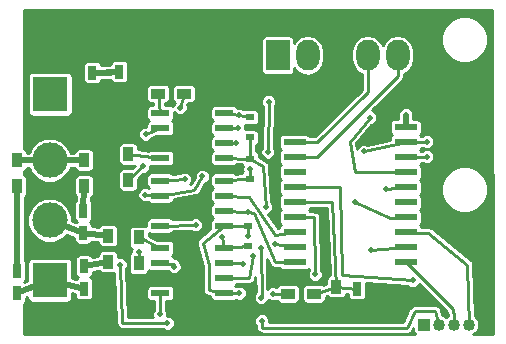
<source format=gbr>
G04 #@! TF.FileFunction,Copper,L2,Bot,Signal*
%FSLAX46Y46*%
G04 Gerber Fmt 4.6, Leading zero omitted, Abs format (unit mm)*
G04 Created by KiCad (PCBNEW 4.0.7) date 05/27/18 15:14:11*
%MOMM*%
%LPD*%
G01*
G04 APERTURE LIST*
%ADD10C,0.100000*%
%ADD11R,0.750000X1.200000*%
%ADD12R,0.900000X1.200000*%
%ADD13R,1.200000X0.900000*%
%ADD14R,1.950000X0.600000*%
%ADD15R,0.800000X0.600000*%
%ADD16C,1.016000*%
%ADD17R,1.016000X1.016000*%
%ADD18R,1.550000X0.600000*%
%ADD19R,2.000000X2.600000*%
%ADD20O,2.000000X2.600000*%
%ADD21R,3.000000X3.000000*%
%ADD22C,3.000000*%
%ADD23C,0.508000*%
%ADD24C,0.250000*%
%ADD25C,0.508000*%
%ADD26C,0.762000*%
%ADD27C,0.254000*%
G04 APERTURE END LIST*
D10*
D11*
X61785500Y-92199500D03*
X61785500Y-90299500D03*
X61722000Y-87500500D03*
X61722000Y-85600500D03*
X56134000Y-92580500D03*
X56134000Y-90680500D03*
D12*
X63817500Y-87736500D03*
X63817500Y-89936500D03*
X61785500Y-81323000D03*
X61785500Y-83523000D03*
X56134000Y-81323000D03*
X56134000Y-83523000D03*
X83121500Y-94254500D03*
X83121500Y-92054500D03*
D13*
X81237000Y-92646500D03*
X79037000Y-92646500D03*
D14*
X89028000Y-78549500D03*
X89028000Y-79819500D03*
X89028000Y-81089500D03*
X89028000Y-82359500D03*
X89028000Y-83629500D03*
X89028000Y-84899500D03*
X89028000Y-86169500D03*
X89028000Y-87439500D03*
X89028000Y-88709500D03*
X89028000Y-89979500D03*
X79628000Y-89979500D03*
X79628000Y-88709500D03*
X79628000Y-87439500D03*
X79628000Y-86169500D03*
X79628000Y-84899500D03*
X79628000Y-83629500D03*
X79628000Y-82359500D03*
X79628000Y-81089500D03*
X79628000Y-79819500D03*
X79628000Y-78549500D03*
D11*
X84899500Y-92204500D03*
X84899500Y-94104500D03*
X62484000Y-73911500D03*
X62484000Y-72011500D03*
X64770000Y-73848000D03*
X64770000Y-71948000D03*
D15*
X75628500Y-88607000D03*
X75628500Y-86907000D03*
X75819000Y-77699500D03*
X75819000Y-79399500D03*
X75819000Y-82892000D03*
X75819000Y-81192000D03*
D16*
X94361000Y-95250000D03*
X93091000Y-95250000D03*
D17*
X90551000Y-95250000D03*
D16*
X91821000Y-95250000D03*
D12*
X65532000Y-83015000D03*
X65532000Y-80815000D03*
X66421000Y-90063500D03*
X66421000Y-87863500D03*
D13*
X70251500Y-75692000D03*
X68051500Y-75692000D03*
D18*
X73629500Y-88773000D03*
X73629500Y-90043000D03*
X73629500Y-91313000D03*
X73629500Y-92583000D03*
X68229500Y-92583000D03*
X68229500Y-91313000D03*
X68229500Y-90043000D03*
X68229500Y-88773000D03*
X73629500Y-77343000D03*
X73629500Y-78613000D03*
X73629500Y-79883000D03*
X73629500Y-81153000D03*
X68229500Y-81153000D03*
X68229500Y-79883000D03*
X68229500Y-78613000D03*
X68229500Y-77343000D03*
X73629500Y-83058000D03*
X73629500Y-84328000D03*
X73629500Y-85598000D03*
X73629500Y-86868000D03*
X68229500Y-86868000D03*
X68229500Y-85598000D03*
X68229500Y-84328000D03*
X68229500Y-83058000D03*
D19*
X78168500Y-72453500D03*
D20*
X80708500Y-72453500D03*
X83248500Y-72453500D03*
X85788500Y-72453500D03*
X88328500Y-72453500D03*
D21*
X58928000Y-75755500D03*
D22*
X58928000Y-70675500D03*
X58864500Y-81343500D03*
D21*
X58864500Y-91503500D03*
D22*
X58864500Y-86423500D03*
D23*
X69405500Y-90360500D03*
X77787500Y-92646500D03*
X84023200Y-94183200D03*
X89966800Y-93218000D03*
X77914500Y-84264500D03*
X94361000Y-80073500D03*
X86614000Y-79375000D03*
X92138500Y-76136500D03*
X71056500Y-93281500D03*
X69088000Y-93599000D03*
X69883000Y-93345000D03*
X68643500Y-87820500D03*
X67945000Y-87820500D03*
X71183500Y-81216500D03*
X68453000Y-82042000D03*
X67881500Y-82105500D03*
X70675500Y-88455500D03*
X69913500Y-88582500D03*
X90805000Y-79756000D03*
X85471000Y-80581500D03*
X76073000Y-89471500D03*
X63563500Y-73914000D03*
X74930000Y-92583000D03*
X75628500Y-87757000D03*
X77152500Y-85280500D03*
X68834000Y-95123000D03*
X64833500Y-90170000D03*
X89027000Y-77470000D03*
X85979000Y-77724000D03*
X71780400Y-82702400D03*
X66929000Y-84264500D03*
X77406500Y-76390500D03*
X77343000Y-80645000D03*
X66992500Y-79121000D03*
X75247500Y-90106500D03*
X90805000Y-81026000D03*
X87312500Y-83756500D03*
X74803000Y-78613000D03*
X86042500Y-88963500D03*
X74676000Y-79883000D03*
X75631416Y-85750120D03*
X76829609Y-94932554D03*
X77978000Y-88392000D03*
X76771500Y-88773000D03*
X76771500Y-92964000D03*
X89598500Y-91503500D03*
X81343500Y-90995500D03*
X84709000Y-84836000D03*
X73469500Y-87820500D03*
X74866500Y-77533500D03*
X75819000Y-82105500D03*
X68199000Y-94361000D03*
X71221600Y-86817200D03*
X70294500Y-82931000D03*
X66421000Y-89090500D03*
X66738500Y-81851500D03*
X69913500Y-76898500D03*
D24*
X68229500Y-90043000D02*
X69405500Y-90106500D01*
X69405500Y-90106500D02*
X69405500Y-90360500D01*
D25*
X58864500Y-91503500D02*
X61785500Y-92199500D01*
X56134000Y-92580500D02*
X58864500Y-91503500D01*
D24*
X79037000Y-92646500D02*
X77787500Y-92646500D01*
D26*
X69883000Y-93345000D02*
X69913500Y-93345000D01*
D24*
X89028000Y-79819500D02*
X90805000Y-79756000D01*
X73629500Y-91313000D02*
X75755500Y-91313000D01*
X85471000Y-80581500D02*
X89028000Y-79819500D01*
X75755500Y-91313000D02*
X76073000Y-89471500D01*
D25*
X62484000Y-73911500D02*
X64770000Y-73848000D01*
X64770000Y-73848000D02*
X63563500Y-73914000D01*
D24*
X73629500Y-92583000D02*
X74930000Y-92583000D01*
X73629500Y-86868000D02*
X71818500Y-88328500D01*
X71818500Y-88328500D02*
X72390000Y-90233500D01*
X72390000Y-90233500D02*
X72326500Y-92329000D01*
X72326500Y-92329000D02*
X73629500Y-92583000D01*
X75819000Y-81192000D02*
X76962000Y-81851500D01*
X75628500Y-87757000D02*
X75628500Y-86907000D01*
X76962000Y-81851500D02*
X77152500Y-85280500D01*
X65024000Y-95123000D02*
X64833500Y-90170000D01*
X68834000Y-95123000D02*
X65024000Y-95123000D01*
X75628500Y-86907000D02*
X73629500Y-86868000D01*
X75819000Y-79399500D02*
X75819000Y-81192000D01*
X75819000Y-81192000D02*
X73629500Y-81153000D01*
D25*
X89027000Y-77470000D02*
X89028000Y-78549500D01*
D24*
X80708500Y-72453500D02*
X80708500Y-73533000D01*
X89028000Y-82359500D02*
X84709000Y-82359500D01*
X84264500Y-79756000D02*
X85979000Y-77724000D01*
X84709000Y-82359500D02*
X84264500Y-79756000D01*
X78168500Y-72453500D02*
X78168500Y-72072500D01*
X85788500Y-72453500D02*
X85788500Y-75565000D01*
X81534000Y-79819500D02*
X79628000Y-79819500D01*
X85788500Y-75565000D02*
X81534000Y-79819500D01*
X88328500Y-72453500D02*
X88328500Y-74231500D01*
X81470500Y-81089500D02*
X79628000Y-81089500D01*
X88328500Y-74231500D02*
X81470500Y-81089500D01*
D25*
X63817500Y-87736500D02*
X61722000Y-87500500D01*
X61722000Y-87500500D02*
X58864500Y-86423500D01*
D24*
X68229500Y-84328000D02*
X71120000Y-83820000D01*
X71120000Y-83820000D02*
X71780400Y-82702400D01*
X68229500Y-84328000D02*
X66929000Y-84264500D01*
X77343000Y-80645000D02*
X77406500Y-76390500D01*
D25*
X61785500Y-81323000D02*
X58864500Y-81343500D01*
X56134000Y-81323000D02*
X58864500Y-81343500D01*
D24*
X66992500Y-79121000D02*
X68229500Y-78613000D01*
X89028000Y-81089500D02*
X90805000Y-81026000D01*
X75184000Y-90043000D02*
X75247500Y-90106500D01*
X75184000Y-90043000D02*
X73629500Y-90043000D01*
X73629500Y-78613000D02*
X74803000Y-78613000D01*
X87312500Y-83756500D02*
X89028000Y-83629500D01*
X73629500Y-79883000D02*
X74676000Y-79883000D01*
X86042500Y-88963500D02*
X89028000Y-88709500D01*
X93154500Y-95250000D02*
X93027500Y-93916500D01*
X93027500Y-93916500D02*
X89028000Y-89979500D01*
X73629500Y-85598000D02*
X75631416Y-85750120D01*
X75631416Y-85750120D02*
X76136500Y-85788500D01*
X77978000Y-89979500D02*
X79628000Y-89979500D01*
X76136500Y-85788500D02*
X77978000Y-89979500D01*
X76829609Y-94932554D02*
X76835000Y-95504000D01*
X76771500Y-88773000D02*
X76811639Y-93027734D01*
X76835000Y-95504000D02*
X81153000Y-95504000D01*
X79628000Y-88709500D02*
X77978000Y-88392000D01*
X76771500Y-92964000D02*
X76811639Y-93027720D01*
X76811639Y-93027734D02*
X76811639Y-93027720D01*
X81153000Y-95504000D02*
X89090500Y-95567500D01*
X91503500Y-94107000D02*
X91821000Y-95250000D01*
X89789000Y-94107000D02*
X91503500Y-94107000D01*
X89090500Y-95567500D02*
X89789000Y-94107000D01*
X81153000Y-95504000D02*
X81216500Y-95504000D01*
X73629500Y-84328000D02*
X75755500Y-84455000D01*
X77978000Y-87630000D02*
X79628000Y-87439500D01*
X75755500Y-84455000D02*
X77978000Y-87630000D01*
D25*
X61785500Y-90299500D02*
X63817500Y-89936500D01*
X61722000Y-85600500D02*
X61785500Y-83523000D01*
X56134000Y-83523000D02*
X56134000Y-90680500D01*
D24*
X83439000Y-83629500D02*
X79628000Y-83629500D01*
X83629500Y-91059000D02*
X83439000Y-83629500D01*
X89598500Y-91503500D02*
X83629500Y-91059000D01*
X83121500Y-92075000D02*
X82804000Y-84899500D01*
X82804000Y-84899500D02*
X79628000Y-84899500D01*
X81237000Y-92646500D02*
X83121500Y-92075000D01*
X83121500Y-92075000D02*
X84899500Y-92202000D01*
X81280000Y-86169500D02*
X79628000Y-86169500D01*
X81343500Y-90995500D02*
X81280000Y-86169500D01*
X84709000Y-84836000D02*
X87693500Y-86233000D01*
X87693500Y-86233000D02*
X89028000Y-86169500D01*
X73469500Y-87820500D02*
X73629500Y-88773000D01*
X75628500Y-88607000D02*
X73629500Y-88773000D01*
X74866500Y-77470000D02*
X74866500Y-77523648D01*
X74867982Y-77523876D02*
X74866500Y-77470000D01*
X74866500Y-77533500D02*
X74867982Y-77523876D01*
X75692000Y-77660500D02*
X74866500Y-77523648D01*
X74866500Y-77523648D02*
X73629500Y-77343000D01*
X75819000Y-82892000D02*
X75819000Y-82105500D01*
X75819000Y-82892000D02*
X75058415Y-82949665D01*
X75058415Y-82949665D02*
X73629500Y-83058000D01*
X94361000Y-95377000D02*
X94234000Y-90170000D01*
X90932000Y-87503000D02*
X89028000Y-87439500D01*
X94234000Y-90170000D02*
X90932000Y-87503000D01*
X68199000Y-94361000D02*
X68229500Y-92583000D01*
X65532000Y-80815000D02*
X68229500Y-81153000D01*
X66421000Y-87863500D02*
X68229500Y-88773000D01*
X68051500Y-75692000D02*
X68229500Y-77343000D01*
X71221600Y-86817200D02*
X68229500Y-86868000D01*
X70294500Y-82931000D02*
X68229500Y-83058000D01*
X66421000Y-90063500D02*
X66421000Y-89090500D01*
X65532000Y-83015000D02*
X66738500Y-81851500D01*
X70251500Y-75692000D02*
X69913500Y-76898500D01*
D27*
G36*
X96392709Y-96075500D02*
X94691111Y-96075500D01*
X94863920Y-96004097D01*
X95114218Y-95754236D01*
X95249846Y-95427609D01*
X95250154Y-95073943D01*
X95115097Y-94747080D01*
X94865236Y-94496782D01*
X94845482Y-94488579D01*
X94739850Y-90157662D01*
X94735276Y-90137277D01*
X94737161Y-90116472D01*
X94713802Y-90041577D01*
X94696623Y-89965021D01*
X94684596Y-89947938D01*
X94678376Y-89927996D01*
X94628131Y-89867738D01*
X94582965Y-89803586D01*
X94565318Y-89792407D01*
X94551939Y-89776362D01*
X91249939Y-87109362D01*
X91193186Y-87079595D01*
X91141113Y-87042231D01*
X91106539Y-87034147D01*
X91075098Y-87017656D01*
X91011274Y-87011873D01*
X90948867Y-86997281D01*
X90351413Y-86977355D01*
X90281454Y-86868635D01*
X90186813Y-86803970D01*
X90273865Y-86747954D01*
X90360859Y-86620634D01*
X90391464Y-86469500D01*
X90391464Y-85869500D01*
X90364897Y-85728310D01*
X90281454Y-85598635D01*
X90186813Y-85533970D01*
X90273865Y-85477954D01*
X90360859Y-85350634D01*
X90391464Y-85199500D01*
X90391464Y-84599500D01*
X90364897Y-84458310D01*
X90281454Y-84328635D01*
X90186813Y-84263970D01*
X90270932Y-84209841D01*
X92011159Y-84209841D01*
X92310214Y-84933609D01*
X92863479Y-85487840D01*
X93586723Y-85788157D01*
X94369841Y-85788841D01*
X95093609Y-85489786D01*
X95647840Y-84936521D01*
X95948157Y-84213277D01*
X95948841Y-83430159D01*
X95649786Y-82706391D01*
X95096521Y-82152160D01*
X94373277Y-81851843D01*
X93590159Y-81851159D01*
X92866391Y-82150214D01*
X92312160Y-82703479D01*
X92011843Y-83426723D01*
X92011159Y-84209841D01*
X90270932Y-84209841D01*
X90273865Y-84207954D01*
X90360859Y-84080634D01*
X90391464Y-83929500D01*
X90391464Y-83329500D01*
X90364897Y-83188310D01*
X90281454Y-83058635D01*
X90186813Y-82993970D01*
X90273865Y-82937954D01*
X90360859Y-82810634D01*
X90391464Y-82659500D01*
X90391464Y-82059500D01*
X90364897Y-81918310D01*
X90281454Y-81788635D01*
X90186813Y-81723970D01*
X90273865Y-81667954D01*
X90355564Y-81548383D01*
X90426692Y-81545841D01*
X90444832Y-81564013D01*
X90678137Y-81660889D01*
X90930755Y-81661110D01*
X91164228Y-81564640D01*
X91343013Y-81386168D01*
X91439889Y-81152863D01*
X91440110Y-80900245D01*
X91343640Y-80666772D01*
X91165168Y-80487987D01*
X90931863Y-80391111D01*
X90679245Y-80390890D01*
X90445772Y-80487360D01*
X90398859Y-80534190D01*
X90293878Y-80537942D01*
X90281454Y-80518635D01*
X90186813Y-80453970D01*
X90273865Y-80397954D01*
X90355564Y-80278383D01*
X90426692Y-80275841D01*
X90444832Y-80294013D01*
X90678137Y-80390889D01*
X90930755Y-80391110D01*
X91164228Y-80294640D01*
X91343013Y-80116168D01*
X91439889Y-79882863D01*
X91440110Y-79630245D01*
X91343640Y-79396772D01*
X91165168Y-79217987D01*
X90931863Y-79121111D01*
X90679245Y-79120890D01*
X90445772Y-79217360D01*
X90398859Y-79264190D01*
X90293878Y-79267942D01*
X90281454Y-79248635D01*
X90186813Y-79183970D01*
X90273865Y-79127954D01*
X90360859Y-79000634D01*
X90391464Y-78849500D01*
X90391464Y-78249500D01*
X90364897Y-78108310D01*
X90281454Y-77978635D01*
X90154134Y-77891641D01*
X90003000Y-77861036D01*
X89662363Y-77861036D01*
X89662000Y-77469412D01*
X89662110Y-77344245D01*
X89565640Y-77110772D01*
X89387168Y-76931987D01*
X89153863Y-76835111D01*
X88901245Y-76834890D01*
X88667772Y-76931360D01*
X88488987Y-77109832D01*
X88392111Y-77343137D01*
X88391890Y-77595755D01*
X88392116Y-77596303D01*
X88392362Y-77861036D01*
X88053000Y-77861036D01*
X87911810Y-77887603D01*
X87782135Y-77971046D01*
X87695141Y-78098366D01*
X87664536Y-78249500D01*
X87664536Y-78849500D01*
X87691103Y-78990690D01*
X87774546Y-79120365D01*
X87869187Y-79185030D01*
X87782135Y-79241046D01*
X87695141Y-79368366D01*
X87664536Y-79519500D01*
X87664536Y-79594108D01*
X85741210Y-80006134D01*
X85597863Y-79946611D01*
X85345245Y-79946390D01*
X85111772Y-80042860D01*
X84932987Y-80221332D01*
X84879331Y-80350551D01*
X84802852Y-79902606D01*
X86105403Y-78358842D01*
X86338228Y-78262640D01*
X86517013Y-78084168D01*
X86613889Y-77850863D01*
X86614110Y-77598245D01*
X86517640Y-77364772D01*
X86339168Y-77185987D01*
X86162827Y-77112765D01*
X88686296Y-74589296D01*
X88737234Y-74513062D01*
X88795983Y-74425138D01*
X88834500Y-74231500D01*
X88834500Y-74066784D01*
X88856986Y-74062311D01*
X89305014Y-73762947D01*
X89604378Y-73314919D01*
X89709500Y-72786433D01*
X89709500Y-72120567D01*
X89604378Y-71592081D01*
X89549427Y-71509841D01*
X92011159Y-71509841D01*
X92310214Y-72233609D01*
X92863479Y-72787840D01*
X93586723Y-73088157D01*
X94369841Y-73088841D01*
X95093609Y-72789786D01*
X95647840Y-72236521D01*
X95948157Y-71513277D01*
X95948841Y-70730159D01*
X95649786Y-70006391D01*
X95096521Y-69452160D01*
X94373277Y-69151843D01*
X93590159Y-69151159D01*
X92866391Y-69450214D01*
X92312160Y-70003479D01*
X92011843Y-70726723D01*
X92011159Y-71509841D01*
X89549427Y-71509841D01*
X89305014Y-71144053D01*
X88856986Y-70844689D01*
X88328500Y-70739567D01*
X87800014Y-70844689D01*
X87351986Y-71144053D01*
X87058500Y-71583284D01*
X86765014Y-71144053D01*
X86316986Y-70844689D01*
X85788500Y-70739567D01*
X85260014Y-70844689D01*
X84811986Y-71144053D01*
X84512622Y-71592081D01*
X84407500Y-72120567D01*
X84407500Y-72786433D01*
X84512622Y-73314919D01*
X84811986Y-73762947D01*
X85260014Y-74062311D01*
X85282500Y-74066784D01*
X85282500Y-75355408D01*
X81324408Y-79313500D01*
X80923193Y-79313500D01*
X80881454Y-79248635D01*
X80754134Y-79161641D01*
X80603000Y-79131036D01*
X78653000Y-79131036D01*
X78511810Y-79157603D01*
X78382135Y-79241046D01*
X78295141Y-79368366D01*
X78264536Y-79519500D01*
X78264536Y-80119500D01*
X78291103Y-80260690D01*
X78374546Y-80390365D01*
X78469187Y-80455030D01*
X78382135Y-80511046D01*
X78295141Y-80638366D01*
X78264536Y-80789500D01*
X78264536Y-81389500D01*
X78291103Y-81530690D01*
X78374546Y-81660365D01*
X78469187Y-81725030D01*
X78382135Y-81781046D01*
X78295141Y-81908366D01*
X78264536Y-82059500D01*
X78264536Y-82659500D01*
X78291103Y-82800690D01*
X78374546Y-82930365D01*
X78469187Y-82995030D01*
X78382135Y-83051046D01*
X78295141Y-83178366D01*
X78264536Y-83329500D01*
X78264536Y-83929500D01*
X78291103Y-84070690D01*
X78374546Y-84200365D01*
X78469187Y-84265030D01*
X78382135Y-84321046D01*
X78295141Y-84448366D01*
X78264536Y-84599500D01*
X78264536Y-85199500D01*
X78291103Y-85340690D01*
X78374546Y-85470365D01*
X78469187Y-85535030D01*
X78382135Y-85591046D01*
X78295141Y-85718366D01*
X78264536Y-85869500D01*
X78264536Y-86469500D01*
X78291103Y-86610690D01*
X78374546Y-86740365D01*
X78469187Y-86805030D01*
X78382135Y-86861046D01*
X78295141Y-86988366D01*
X78275306Y-87086313D01*
X78219575Y-87092748D01*
X77369257Y-85878008D01*
X77511728Y-85819140D01*
X77690513Y-85640668D01*
X77787389Y-85407363D01*
X77787610Y-85154745D01*
X77691140Y-84921272D01*
X77636269Y-84866305D01*
X77467221Y-81823432D01*
X77454164Y-81772688D01*
X77450723Y-81720406D01*
X77429803Y-81678012D01*
X77418022Y-81632229D01*
X77386542Y-81590347D01*
X77363354Y-81543358D01*
X77327800Y-81512195D01*
X77299398Y-81474408D01*
X77254286Y-81447761D01*
X77214882Y-81413223D01*
X76607464Y-81062749D01*
X76607464Y-80892000D01*
X76584650Y-80770755D01*
X76707890Y-80770755D01*
X76804360Y-81004228D01*
X76982832Y-81183013D01*
X77216137Y-81279889D01*
X77468755Y-81280110D01*
X77702228Y-81183640D01*
X77881013Y-81005168D01*
X77977889Y-80771863D01*
X77978110Y-80519245D01*
X77881640Y-80285772D01*
X77854819Y-80258904D01*
X77906616Y-76788498D01*
X77944513Y-76750668D01*
X78041389Y-76517363D01*
X78041610Y-76264745D01*
X77945140Y-76031272D01*
X77766668Y-75852487D01*
X77533363Y-75755611D01*
X77280745Y-75755390D01*
X77047272Y-75851860D01*
X76868487Y-76030332D01*
X76771611Y-76263637D01*
X76771390Y-76516255D01*
X76867860Y-76749728D01*
X76894681Y-76776596D01*
X76842884Y-80247002D01*
X76804987Y-80284832D01*
X76708111Y-80518137D01*
X76707890Y-80770755D01*
X76584650Y-80770755D01*
X76580897Y-80750810D01*
X76497454Y-80621135D01*
X76370134Y-80534141D01*
X76325000Y-80525001D01*
X76325000Y-80068019D01*
X76360190Y-80061397D01*
X76489865Y-79977954D01*
X76576859Y-79850634D01*
X76607464Y-79699500D01*
X76607464Y-79099500D01*
X76580897Y-78958310D01*
X76497454Y-78828635D01*
X76370134Y-78741641D01*
X76219000Y-78711036D01*
X75437914Y-78711036D01*
X75438110Y-78487245D01*
X75395087Y-78383121D01*
X75419000Y-78387964D01*
X76219000Y-78387964D01*
X76360190Y-78361397D01*
X76489865Y-78277954D01*
X76576859Y-78150634D01*
X76607464Y-77999500D01*
X76607464Y-77399500D01*
X76580897Y-77258310D01*
X76497454Y-77128635D01*
X76370134Y-77041641D01*
X76219000Y-77011036D01*
X75419000Y-77011036D01*
X75277810Y-77037603D01*
X75272269Y-77041168D01*
X75226668Y-76995487D01*
X74993363Y-76898611D01*
X74764210Y-76898411D01*
X74682954Y-76772135D01*
X74555634Y-76685141D01*
X74404500Y-76654536D01*
X72854500Y-76654536D01*
X72713310Y-76681103D01*
X72583635Y-76764546D01*
X72496641Y-76891866D01*
X72466036Y-77043000D01*
X72466036Y-77643000D01*
X72492603Y-77784190D01*
X72576046Y-77913865D01*
X72670687Y-77978530D01*
X72583635Y-78034546D01*
X72496641Y-78161866D01*
X72466036Y-78313000D01*
X72466036Y-78913000D01*
X72492603Y-79054190D01*
X72576046Y-79183865D01*
X72670687Y-79248530D01*
X72583635Y-79304546D01*
X72496641Y-79431866D01*
X72466036Y-79583000D01*
X72466036Y-80183000D01*
X72492603Y-80324190D01*
X72576046Y-80453865D01*
X72670687Y-80518530D01*
X72583635Y-80574546D01*
X72496641Y-80701866D01*
X72466036Y-80853000D01*
X72466036Y-81453000D01*
X72492603Y-81594190D01*
X72576046Y-81723865D01*
X72703366Y-81810859D01*
X72854500Y-81841464D01*
X74404500Y-81841464D01*
X74545690Y-81814897D01*
X74675365Y-81731454D01*
X74711645Y-81678356D01*
X75090509Y-81685104D01*
X75140546Y-81762865D01*
X75244277Y-81833741D01*
X75184111Y-81978637D01*
X75183890Y-82231255D01*
X75203241Y-82278087D01*
X75148135Y-82313546D01*
X75061141Y-82440866D01*
X75060907Y-82442024D01*
X75020162Y-82445113D01*
X74661275Y-82472322D01*
X74555634Y-82400141D01*
X74404500Y-82369536D01*
X72854500Y-82369536D01*
X72713310Y-82396103D01*
X72583635Y-82479546D01*
X72496641Y-82606866D01*
X72466036Y-82758000D01*
X72466036Y-83358000D01*
X72492603Y-83499190D01*
X72576046Y-83628865D01*
X72670687Y-83693530D01*
X72583635Y-83749546D01*
X72496641Y-83876866D01*
X72466036Y-84028000D01*
X72466036Y-84628000D01*
X72492603Y-84769190D01*
X72576046Y-84898865D01*
X72670687Y-84963530D01*
X72583635Y-85019546D01*
X72496641Y-85146866D01*
X72466036Y-85298000D01*
X72466036Y-85898000D01*
X72492603Y-86039190D01*
X72576046Y-86168865D01*
X72670687Y-86233530D01*
X72583635Y-86289546D01*
X72496641Y-86416866D01*
X72466036Y-86568000D01*
X72466036Y-87156245D01*
X71500855Y-87934625D01*
X71499948Y-87935711D01*
X71498698Y-87936374D01*
X71436725Y-88011418D01*
X71374305Y-88086164D01*
X71373882Y-88087516D01*
X71372982Y-88088606D01*
X71344454Y-88181621D01*
X71315379Y-88274597D01*
X71315506Y-88276007D01*
X71315091Y-88277359D01*
X71324331Y-88374220D01*
X71333049Y-88471236D01*
X71333706Y-88472490D01*
X71333840Y-88473898D01*
X71881745Y-90300248D01*
X71820732Y-92313674D01*
X71830380Y-92371243D01*
X71830604Y-92429615D01*
X71846544Y-92467684D01*
X71853366Y-92508390D01*
X71884313Y-92557888D01*
X71906856Y-92611727D01*
X71936150Y-92640798D01*
X71958031Y-92675795D01*
X72005561Y-92709680D01*
X72046994Y-92750797D01*
X72085186Y-92766446D01*
X72118791Y-92790403D01*
X72175668Y-92803519D01*
X72229685Y-92825652D01*
X72466036Y-92871725D01*
X72466036Y-92883000D01*
X72492603Y-93024190D01*
X72576046Y-93153865D01*
X72703366Y-93240859D01*
X72854500Y-93271464D01*
X74404500Y-93271464D01*
X74545690Y-93244897D01*
X74672173Y-93163508D01*
X74803137Y-93217889D01*
X75055755Y-93218110D01*
X75289228Y-93121640D01*
X75468013Y-92943168D01*
X75564889Y-92709863D01*
X75565110Y-92457245D01*
X75468640Y-92223772D01*
X75290168Y-92044987D01*
X75056863Y-91948111D01*
X74804245Y-91947890D01*
X74670069Y-92003331D01*
X74588313Y-91947470D01*
X74675365Y-91891454D01*
X74724871Y-91819000D01*
X75755500Y-91819000D01*
X75810667Y-91808027D01*
X75866894Y-91806586D01*
X75906561Y-91788952D01*
X75949138Y-91780483D01*
X75995904Y-91749235D01*
X76047302Y-91726386D01*
X76077202Y-91694913D01*
X76113296Y-91670796D01*
X76144545Y-91624028D01*
X76183285Y-91583251D01*
X76198865Y-91542734D01*
X76222983Y-91506638D01*
X76233956Y-91451472D01*
X76254143Y-91398973D01*
X76288378Y-91200410D01*
X76300982Y-92536455D01*
X76233487Y-92603832D01*
X76136611Y-92837137D01*
X76136390Y-93089755D01*
X76232860Y-93323228D01*
X76411332Y-93502013D01*
X76644637Y-93598889D01*
X76897255Y-93599110D01*
X77130728Y-93502640D01*
X77309513Y-93324168D01*
X77385078Y-93142185D01*
X77427332Y-93184513D01*
X77660637Y-93281389D01*
X77913255Y-93281610D01*
X78071095Y-93216391D01*
X78075103Y-93237690D01*
X78158546Y-93367365D01*
X78285866Y-93454359D01*
X78437000Y-93484964D01*
X79637000Y-93484964D01*
X79778190Y-93458397D01*
X79907865Y-93374954D01*
X79994859Y-93247634D01*
X80025464Y-93096500D01*
X80025464Y-92196500D01*
X79998897Y-92055310D01*
X79915454Y-91925635D01*
X79788134Y-91838641D01*
X79637000Y-91808036D01*
X78437000Y-91808036D01*
X78295810Y-91834603D01*
X78166135Y-91918046D01*
X78079141Y-92045366D01*
X78072665Y-92077343D01*
X77914363Y-92011611D01*
X77661745Y-92011390D01*
X77428272Y-92107860D01*
X77310096Y-92225829D01*
X77285911Y-89662251D01*
X77514747Y-90183050D01*
X77568288Y-90259598D01*
X77620204Y-90337296D01*
X77624764Y-90340343D01*
X77627906Y-90344835D01*
X77706662Y-90395065D01*
X77784362Y-90446983D01*
X77789741Y-90448053D01*
X77794363Y-90451001D01*
X77886355Y-90467271D01*
X77978000Y-90485500D01*
X78332807Y-90485500D01*
X78374546Y-90550365D01*
X78501866Y-90637359D01*
X78653000Y-90667964D01*
X80603000Y-90667964D01*
X80744190Y-90641397D01*
X80832053Y-90584859D01*
X80832364Y-90608502D01*
X80805487Y-90635332D01*
X80708611Y-90868637D01*
X80708390Y-91121255D01*
X80804860Y-91354728D01*
X80983332Y-91533513D01*
X81216637Y-91630389D01*
X81469255Y-91630610D01*
X81702728Y-91534140D01*
X81881513Y-91355668D01*
X81978389Y-91122363D01*
X81978610Y-90869745D01*
X81882140Y-90636272D01*
X81844318Y-90598384D01*
X81785956Y-86162843D01*
X81766106Y-86069484D01*
X81747483Y-85975862D01*
X81745600Y-85973044D01*
X81744895Y-85969728D01*
X81690820Y-85891059D01*
X81637796Y-85811704D01*
X81634978Y-85809821D01*
X81633058Y-85807028D01*
X81553008Y-85755050D01*
X81473638Y-85702017D01*
X81470314Y-85701356D01*
X81467471Y-85699510D01*
X81373627Y-85682124D01*
X81280000Y-85663500D01*
X80923193Y-85663500D01*
X80881454Y-85598635D01*
X80786813Y-85533970D01*
X80873865Y-85477954D01*
X80923371Y-85405500D01*
X82319895Y-85405500D01*
X82571196Y-91084910D01*
X82530310Y-91092603D01*
X82400635Y-91176046D01*
X82313641Y-91303366D01*
X82283036Y-91454500D01*
X82283036Y-91800519D01*
X82040146Y-91874179D01*
X81988134Y-91838641D01*
X81837000Y-91808036D01*
X80637000Y-91808036D01*
X80495810Y-91834603D01*
X80366135Y-91918046D01*
X80279141Y-92045366D01*
X80248536Y-92196500D01*
X80248536Y-93096500D01*
X80275103Y-93237690D01*
X80358546Y-93367365D01*
X80485866Y-93454359D01*
X80637000Y-93484964D01*
X81837000Y-93484964D01*
X81978190Y-93458397D01*
X82107865Y-93374954D01*
X82194859Y-93247634D01*
X82225464Y-93096500D01*
X82225464Y-92875491D01*
X82338831Y-92841111D01*
X82393046Y-92925365D01*
X82520366Y-93012359D01*
X82671500Y-93042964D01*
X83571500Y-93042964D01*
X83712690Y-93016397D01*
X83842365Y-92932954D01*
X83929359Y-92805634D01*
X83959964Y-92654500D01*
X83959964Y-92642179D01*
X84136036Y-92654756D01*
X84136036Y-92804500D01*
X84162603Y-92945690D01*
X84246046Y-93075365D01*
X84373366Y-93162359D01*
X84524500Y-93192964D01*
X85274500Y-93192964D01*
X85415690Y-93166397D01*
X85545365Y-93082954D01*
X85632359Y-92955634D01*
X85662964Y-92804500D01*
X85662964Y-91717829D01*
X89176396Y-91979468D01*
X89238332Y-92041513D01*
X89471637Y-92138389D01*
X89724255Y-92138610D01*
X89957728Y-92042140D01*
X90136513Y-91863668D01*
X90160964Y-91804782D01*
X92541245Y-94147867D01*
X92575580Y-94508381D01*
X92455989Y-94627764D01*
X92325236Y-94496782D01*
X92112380Y-94408396D01*
X91991040Y-93971572D01*
X91977044Y-93943834D01*
X91970983Y-93913362D01*
X91932945Y-93856434D01*
X91902102Y-93795307D01*
X91878557Y-93775036D01*
X91861296Y-93749204D01*
X91804369Y-93711167D01*
X91752481Y-93666495D01*
X91722970Y-93656778D01*
X91697138Y-93639517D01*
X91629987Y-93626160D01*
X91564955Y-93604746D01*
X91533973Y-93607061D01*
X91503500Y-93601000D01*
X89789000Y-93601000D01*
X89705184Y-93617672D01*
X89620593Y-93629847D01*
X89608806Y-93636843D01*
X89595362Y-93639517D01*
X89524306Y-93686995D01*
X89450814Y-93730614D01*
X89442601Y-93741589D01*
X89431204Y-93749204D01*
X89383727Y-93820258D01*
X89332520Y-93888683D01*
X88772831Y-95058942D01*
X81219075Y-94998512D01*
X81216500Y-94998000D01*
X77464552Y-94998000D01*
X77464719Y-94806799D01*
X77368249Y-94573326D01*
X77189777Y-94394541D01*
X76956472Y-94297665D01*
X76703854Y-94297444D01*
X76470381Y-94393914D01*
X76291596Y-94572386D01*
X76194720Y-94805691D01*
X76194499Y-95058309D01*
X76290969Y-95291782D01*
X76327319Y-95328196D01*
X76329023Y-95508773D01*
X76348713Y-95603106D01*
X76367517Y-95697638D01*
X76368867Y-95699659D01*
X76369364Y-95702039D01*
X76423666Y-95781670D01*
X76477204Y-95861796D01*
X76479226Y-95863147D01*
X76480595Y-95865155D01*
X76561180Y-95917907D01*
X76641362Y-95971483D01*
X76643749Y-95971958D01*
X76645781Y-95973288D01*
X76740406Y-95991184D01*
X76835000Y-96010000D01*
X81150952Y-96010000D01*
X89086452Y-96073484D01*
X89172350Y-96057111D01*
X89258907Y-96044653D01*
X89268936Y-96038701D01*
X89280392Y-96036517D01*
X89353484Y-95988520D01*
X89428686Y-95943886D01*
X89435674Y-95934548D01*
X89445422Y-95928147D01*
X89494587Y-95855826D01*
X89546980Y-95785816D01*
X89654536Y-95560926D01*
X89654536Y-95758000D01*
X89681103Y-95899190D01*
X89764546Y-96028865D01*
X89832799Y-96075500D01*
X56705500Y-96075500D01*
X56705500Y-93506806D01*
X56779865Y-93458954D01*
X56866859Y-93331634D01*
X56897464Y-93180500D01*
X56897464Y-92961976D01*
X56976036Y-92930984D01*
X56976036Y-93003500D01*
X57002603Y-93144690D01*
X57086046Y-93274365D01*
X57213366Y-93361359D01*
X57364500Y-93391964D01*
X60364500Y-93391964D01*
X60505690Y-93365397D01*
X60635365Y-93281954D01*
X60722359Y-93154634D01*
X60752964Y-93003500D01*
X60752964Y-92606250D01*
X61022036Y-92670363D01*
X61022036Y-92799500D01*
X61048603Y-92940690D01*
X61132046Y-93070365D01*
X61259366Y-93157359D01*
X61410500Y-93187964D01*
X62160500Y-93187964D01*
X62301690Y-93161397D01*
X62431365Y-93077954D01*
X62518359Y-92950634D01*
X62548964Y-92799500D01*
X62548964Y-91599500D01*
X62522397Y-91458310D01*
X62438954Y-91328635D01*
X62321702Y-91248520D01*
X62431365Y-91177954D01*
X62518359Y-91050634D01*
X62548964Y-90899500D01*
X62548964Y-90808166D01*
X63033826Y-90721550D01*
X63089046Y-90807365D01*
X63216366Y-90894359D01*
X63367500Y-90924964D01*
X64267500Y-90924964D01*
X64355526Y-90908401D01*
X64518374Y-95142447D01*
X64539120Y-95229180D01*
X64556517Y-95316638D01*
X64562005Y-95324852D01*
X64564304Y-95334462D01*
X64616663Y-95406653D01*
X64666204Y-95480796D01*
X64674419Y-95486285D01*
X64680220Y-95494283D01*
X64756216Y-95540940D01*
X64830362Y-95590483D01*
X64840052Y-95592410D01*
X64848472Y-95597580D01*
X64936540Y-95611603D01*
X65024000Y-95629000D01*
X68441875Y-95629000D01*
X68473832Y-95661013D01*
X68707137Y-95757889D01*
X68959755Y-95758110D01*
X69193228Y-95661640D01*
X69372013Y-95483168D01*
X69468889Y-95249863D01*
X69469110Y-94997245D01*
X69372640Y-94763772D01*
X69194168Y-94584987D01*
X68960863Y-94488111D01*
X68833832Y-94488000D01*
X68833889Y-94487863D01*
X68834110Y-94235245D01*
X68737640Y-94001772D01*
X68711683Y-93975770D01*
X68723765Y-93271464D01*
X69004500Y-93271464D01*
X69145690Y-93244897D01*
X69275365Y-93161454D01*
X69362359Y-93034134D01*
X69392964Y-92883000D01*
X69392964Y-92283000D01*
X69366397Y-92141810D01*
X69282954Y-92012135D01*
X69155634Y-91925141D01*
X69004500Y-91894536D01*
X67454500Y-91894536D01*
X67313310Y-91921103D01*
X67183635Y-92004546D01*
X67096641Y-92131866D01*
X67066036Y-92283000D01*
X67066036Y-92883000D01*
X67092603Y-93024190D01*
X67176046Y-93153865D01*
X67303366Y-93240859D01*
X67454500Y-93271464D01*
X67711615Y-93271464D01*
X67699768Y-93962119D01*
X67660987Y-94000832D01*
X67564111Y-94234137D01*
X67563890Y-94486755D01*
X67617707Y-94617000D01*
X65510912Y-94617000D01*
X65354384Y-90547267D01*
X65371513Y-90530168D01*
X65468389Y-90296863D01*
X65468610Y-90044245D01*
X65372140Y-89810772D01*
X65193668Y-89631987D01*
X64960363Y-89535111D01*
X64707745Y-89534890D01*
X64655964Y-89556286D01*
X64655964Y-89336500D01*
X64629397Y-89195310D01*
X64545954Y-89065635D01*
X64418634Y-88978641D01*
X64267500Y-88948036D01*
X63367500Y-88948036D01*
X63226310Y-88974603D01*
X63096635Y-89058046D01*
X63009641Y-89185366D01*
X62979036Y-89336500D01*
X62979036Y-89441232D01*
X62501907Y-89526467D01*
X62438954Y-89428635D01*
X62311634Y-89341641D01*
X62160500Y-89311036D01*
X61410500Y-89311036D01*
X61269310Y-89337603D01*
X61139635Y-89421046D01*
X61052641Y-89548366D01*
X61022036Y-89699500D01*
X61022036Y-90899500D01*
X61048603Y-91040690D01*
X61132046Y-91170365D01*
X61249298Y-91250480D01*
X61139635Y-91321046D01*
X61097455Y-91382779D01*
X60752964Y-91300696D01*
X60752964Y-90003500D01*
X60726397Y-89862310D01*
X60642954Y-89732635D01*
X60515634Y-89645641D01*
X60364500Y-89615036D01*
X57364500Y-89615036D01*
X57223310Y-89641603D01*
X57093635Y-89725046D01*
X57006641Y-89852366D01*
X56976036Y-90003500D01*
X56976036Y-91565762D01*
X56722974Y-91665578D01*
X56705500Y-91653638D01*
X56705500Y-91606806D01*
X56779865Y-91558954D01*
X56866859Y-91431634D01*
X56897464Y-91280500D01*
X56897464Y-90080500D01*
X56870897Y-89939310D01*
X56787454Y-89809635D01*
X56769000Y-89797026D01*
X56769000Y-86796013D01*
X56983174Y-86796013D01*
X57268936Y-87487609D01*
X57797608Y-88017204D01*
X58488704Y-88304173D01*
X59237013Y-88304826D01*
X59928609Y-88019064D01*
X60303760Y-87644567D01*
X60958536Y-87891354D01*
X60958536Y-88100500D01*
X60985103Y-88241690D01*
X61068546Y-88371365D01*
X61195866Y-88458359D01*
X61347000Y-88488964D01*
X62097000Y-88488964D01*
X62238190Y-88462397D01*
X62367865Y-88378954D01*
X62454859Y-88251634D01*
X62460716Y-88222710D01*
X62979036Y-88281085D01*
X62979036Y-88336500D01*
X63005603Y-88477690D01*
X63089046Y-88607365D01*
X63216366Y-88694359D01*
X63367500Y-88724964D01*
X64267500Y-88724964D01*
X64408690Y-88698397D01*
X64538365Y-88614954D01*
X64625359Y-88487634D01*
X64655964Y-88336500D01*
X64655964Y-87263500D01*
X65582536Y-87263500D01*
X65582536Y-88463500D01*
X65609103Y-88604690D01*
X65692546Y-88734365D01*
X65819866Y-88821359D01*
X65843225Y-88826089D01*
X65786111Y-88963637D01*
X65785966Y-89129816D01*
X65700135Y-89185046D01*
X65613141Y-89312366D01*
X65582536Y-89463500D01*
X65582536Y-90663500D01*
X65609103Y-90804690D01*
X65692546Y-90934365D01*
X65819866Y-91021359D01*
X65971000Y-91051964D01*
X66871000Y-91051964D01*
X67012190Y-91025397D01*
X67141865Y-90941954D01*
X67228859Y-90814634D01*
X67258154Y-90669967D01*
X67303366Y-90700859D01*
X67454500Y-90731464D01*
X68878575Y-90731464D01*
X69045332Y-90898513D01*
X69278637Y-90995389D01*
X69531255Y-90995610D01*
X69764728Y-90899140D01*
X69943513Y-90720668D01*
X70040389Y-90487363D01*
X70040610Y-90234745D01*
X69944140Y-90001272D01*
X69882980Y-89940005D01*
X69882743Y-89938349D01*
X69875684Y-89926441D01*
X69872983Y-89912862D01*
X69825576Y-89841913D01*
X69782067Y-89768516D01*
X69770988Y-89760215D01*
X69763296Y-89748704D01*
X69692346Y-89701297D01*
X69624062Y-89650138D01*
X69610650Y-89646709D01*
X69599138Y-89639017D01*
X69515446Y-89622370D01*
X69432782Y-89601236D01*
X69363625Y-89597502D01*
X69282954Y-89472135D01*
X69188313Y-89407470D01*
X69275365Y-89351454D01*
X69362359Y-89224134D01*
X69392964Y-89073000D01*
X69392964Y-88473000D01*
X69366397Y-88331810D01*
X69282954Y-88202135D01*
X69155634Y-88115141D01*
X69004500Y-88084536D01*
X67986748Y-88084536D01*
X67259464Y-87718783D01*
X67259464Y-87495862D01*
X67303366Y-87525859D01*
X67454500Y-87556464D01*
X69004500Y-87556464D01*
X69145690Y-87529897D01*
X69275365Y-87446454D01*
X69337676Y-87355258D01*
X70836082Y-87329818D01*
X70861432Y-87355213D01*
X71094737Y-87452089D01*
X71347355Y-87452310D01*
X71580828Y-87355840D01*
X71759613Y-87177368D01*
X71856489Y-86944063D01*
X71856710Y-86691445D01*
X71760240Y-86457972D01*
X71581768Y-86279187D01*
X71348463Y-86182311D01*
X71095845Y-86182090D01*
X70862372Y-86278560D01*
X70822968Y-86317895D01*
X69312811Y-86343535D01*
X69282954Y-86297135D01*
X69155634Y-86210141D01*
X69004500Y-86179536D01*
X67454500Y-86179536D01*
X67313310Y-86206103D01*
X67183635Y-86289546D01*
X67096641Y-86416866D01*
X67066036Y-86568000D01*
X67066036Y-86935638D01*
X67022134Y-86905641D01*
X66871000Y-86875036D01*
X65971000Y-86875036D01*
X65829810Y-86901603D01*
X65700135Y-86985046D01*
X65613141Y-87112366D01*
X65582536Y-87263500D01*
X64655964Y-87263500D01*
X64655964Y-87136500D01*
X64629397Y-86995310D01*
X64545954Y-86865635D01*
X64418634Y-86778641D01*
X64267500Y-86748036D01*
X63367500Y-86748036D01*
X63226310Y-86774603D01*
X63096635Y-86858046D01*
X63009641Y-86985366D01*
X63005456Y-87006031D01*
X62485464Y-86947468D01*
X62485464Y-86900500D01*
X62458897Y-86759310D01*
X62375454Y-86629635D01*
X62258202Y-86549520D01*
X62367865Y-86478954D01*
X62454859Y-86351634D01*
X62485464Y-86200500D01*
X62485464Y-85000500D01*
X62458897Y-84859310D01*
X62383532Y-84742188D01*
X62391691Y-84475244D01*
X62506365Y-84401454D01*
X62514016Y-84390255D01*
X66293890Y-84390255D01*
X66390360Y-84623728D01*
X66568832Y-84802513D01*
X66802137Y-84899389D01*
X67054755Y-84899610D01*
X67150949Y-84859863D01*
X67176046Y-84898865D01*
X67303366Y-84985859D01*
X67454500Y-85016464D01*
X69004500Y-85016464D01*
X69145690Y-84989897D01*
X69275365Y-84906454D01*
X69362359Y-84779134D01*
X69391016Y-84637621D01*
X71207587Y-84318362D01*
X71226143Y-84311158D01*
X71246015Y-84310057D01*
X71317593Y-84275654D01*
X71391635Y-84246908D01*
X71406021Y-84233152D01*
X71423959Y-84224530D01*
X71476924Y-84165352D01*
X71534328Y-84110462D01*
X71542354Y-84092248D01*
X71555629Y-84077417D01*
X72020851Y-83290118D01*
X72139628Y-83241040D01*
X72318413Y-83062568D01*
X72415289Y-82829263D01*
X72415510Y-82576645D01*
X72319040Y-82343172D01*
X72140568Y-82164387D01*
X71907263Y-82067511D01*
X71654645Y-82067290D01*
X71421172Y-82163760D01*
X71242387Y-82342232D01*
X71145511Y-82575537D01*
X71145330Y-82782499D01*
X70802914Y-83361972D01*
X70752754Y-83370788D01*
X70832513Y-83291168D01*
X70929389Y-83057863D01*
X70929610Y-82805245D01*
X70833140Y-82571772D01*
X70654668Y-82392987D01*
X70421363Y-82296111D01*
X70168745Y-82295890D01*
X69935272Y-82392360D01*
X69877864Y-82449667D01*
X69281772Y-82486328D01*
X69155634Y-82400141D01*
X69004500Y-82369536D01*
X67454500Y-82369536D01*
X67313310Y-82396103D01*
X67183635Y-82479546D01*
X67096641Y-82606866D01*
X67066036Y-82758000D01*
X67066036Y-83358000D01*
X67092603Y-83499190D01*
X67176046Y-83628865D01*
X67270687Y-83693530D01*
X67246806Y-83708897D01*
X67055863Y-83629611D01*
X66803245Y-83629390D01*
X66569772Y-83725860D01*
X66390987Y-83904332D01*
X66294111Y-84137637D01*
X66293890Y-84390255D01*
X62514016Y-84390255D01*
X62593359Y-84274134D01*
X62623964Y-84123000D01*
X62623964Y-82923000D01*
X62597397Y-82781810D01*
X62513954Y-82652135D01*
X62386634Y-82565141D01*
X62235500Y-82534536D01*
X61335500Y-82534536D01*
X61194310Y-82561103D01*
X61064635Y-82644546D01*
X60977641Y-82771866D01*
X60947036Y-82923000D01*
X60947036Y-84123000D01*
X60973603Y-84264190D01*
X61057046Y-84393865D01*
X61122223Y-84438399D01*
X61114304Y-84697485D01*
X61076135Y-84722046D01*
X60989141Y-84849366D01*
X60958536Y-85000500D01*
X60958536Y-86200500D01*
X60985103Y-86341690D01*
X61068546Y-86471365D01*
X61185798Y-86551480D01*
X61118844Y-86594564D01*
X60745474Y-86453840D01*
X60745826Y-86050987D01*
X60460064Y-85359391D01*
X59931392Y-84829796D01*
X59240296Y-84542827D01*
X58491987Y-84542174D01*
X57800391Y-84827936D01*
X57270796Y-85356608D01*
X56983827Y-86047704D01*
X56983174Y-86796013D01*
X56769000Y-86796013D01*
X56769000Y-84456706D01*
X56854865Y-84401454D01*
X56941859Y-84274134D01*
X56972464Y-84123000D01*
X56972464Y-82923000D01*
X56945897Y-82781810D01*
X56862454Y-82652135D01*
X56735134Y-82565141D01*
X56705500Y-82559140D01*
X56705500Y-82288602D01*
X56725190Y-82284897D01*
X56854865Y-82201454D01*
X56941859Y-82074134D01*
X56964111Y-81964250D01*
X57086122Y-81965166D01*
X57268936Y-82407609D01*
X57797608Y-82937204D01*
X58488704Y-83224173D01*
X59237013Y-83224826D01*
X59928609Y-82939064D01*
X60458204Y-82410392D01*
X60642718Y-81966035D01*
X60954722Y-81963846D01*
X60973603Y-82064190D01*
X61057046Y-82193865D01*
X61184366Y-82280859D01*
X61335500Y-82311464D01*
X62235500Y-82311464D01*
X62376690Y-82284897D01*
X62506365Y-82201454D01*
X62593359Y-82074134D01*
X62623964Y-81923000D01*
X62623964Y-80723000D01*
X62597397Y-80581810D01*
X62513954Y-80452135D01*
X62386634Y-80365141D01*
X62235500Y-80334536D01*
X61335500Y-80334536D01*
X61194310Y-80361103D01*
X61064635Y-80444546D01*
X60977641Y-80571866D01*
X60952943Y-80693828D01*
X60632236Y-80696079D01*
X60460064Y-80279391D01*
X60395786Y-80215000D01*
X64693536Y-80215000D01*
X64693536Y-81415000D01*
X64720103Y-81556190D01*
X64803546Y-81685865D01*
X64930866Y-81772859D01*
X65082000Y-81803464D01*
X65982000Y-81803464D01*
X66078134Y-81785375D01*
X65828060Y-82026536D01*
X65082000Y-82026536D01*
X64940810Y-82053103D01*
X64811135Y-82136546D01*
X64724141Y-82263866D01*
X64693536Y-82415000D01*
X64693536Y-83615000D01*
X64720103Y-83756190D01*
X64803546Y-83885865D01*
X64930866Y-83972859D01*
X65082000Y-84003464D01*
X65982000Y-84003464D01*
X66123190Y-83976897D01*
X66252865Y-83893454D01*
X66339859Y-83766134D01*
X66370464Y-83615000D01*
X66370464Y-82909376D01*
X66808904Y-82486562D01*
X66864255Y-82486610D01*
X67097728Y-82390140D01*
X67276513Y-82211668D01*
X67373389Y-81978363D01*
X67373523Y-81825066D01*
X67454500Y-81841464D01*
X69004500Y-81841464D01*
X69145690Y-81814897D01*
X69275365Y-81731454D01*
X69362359Y-81604134D01*
X69392964Y-81453000D01*
X69392964Y-80853000D01*
X69366397Y-80711810D01*
X69282954Y-80582135D01*
X69155634Y-80495141D01*
X69004500Y-80464536D01*
X67454500Y-80464536D01*
X67313310Y-80491103D01*
X67264999Y-80522190D01*
X66370464Y-80410104D01*
X66370464Y-80215000D01*
X66343897Y-80073810D01*
X66260454Y-79944135D01*
X66133134Y-79857141D01*
X65982000Y-79826536D01*
X65082000Y-79826536D01*
X64940810Y-79853103D01*
X64811135Y-79936546D01*
X64724141Y-80063866D01*
X64693536Y-80215000D01*
X60395786Y-80215000D01*
X59931392Y-79749796D01*
X59240296Y-79462827D01*
X58491987Y-79462174D01*
X57800391Y-79747936D01*
X57270796Y-80276608D01*
X57096976Y-80695212D01*
X56967052Y-80694237D01*
X56945897Y-80581810D01*
X56862454Y-80452135D01*
X56735134Y-80365141D01*
X56705500Y-80359140D01*
X56705500Y-79246755D01*
X66357390Y-79246755D01*
X66453860Y-79480228D01*
X66632332Y-79659013D01*
X66865637Y-79755889D01*
X67118255Y-79756110D01*
X67351728Y-79659640D01*
X67530513Y-79481168D01*
X67547587Y-79440049D01*
X67885046Y-79301464D01*
X69004500Y-79301464D01*
X69145690Y-79274897D01*
X69275365Y-79191454D01*
X69362359Y-79064134D01*
X69392964Y-78913000D01*
X69392964Y-78313000D01*
X69366397Y-78171810D01*
X69282954Y-78042135D01*
X69188313Y-77977470D01*
X69275365Y-77921454D01*
X69362359Y-77794134D01*
X69392964Y-77643000D01*
X69392964Y-77275864D01*
X69553332Y-77436513D01*
X69786637Y-77533389D01*
X70039255Y-77533610D01*
X70272728Y-77437140D01*
X70451513Y-77258668D01*
X70548389Y-77025363D01*
X70548610Y-76772745D01*
X70504273Y-76665441D01*
X70542086Y-76530464D01*
X70851500Y-76530464D01*
X70992690Y-76503897D01*
X71122365Y-76420454D01*
X71209359Y-76293134D01*
X71239964Y-76142000D01*
X71239964Y-75242000D01*
X71213397Y-75100810D01*
X71129954Y-74971135D01*
X71002634Y-74884141D01*
X70851500Y-74853536D01*
X69651500Y-74853536D01*
X69510310Y-74880103D01*
X69380635Y-74963546D01*
X69293641Y-75090866D01*
X69263036Y-75242000D01*
X69263036Y-76142000D01*
X69289603Y-76283190D01*
X69373046Y-76412865D01*
X69449110Y-76464838D01*
X69375487Y-76538332D01*
X69279410Y-76769713D01*
X69155634Y-76685141D01*
X69004500Y-76654536D01*
X68664207Y-76654536D01*
X68650830Y-76530464D01*
X68651500Y-76530464D01*
X68792690Y-76503897D01*
X68922365Y-76420454D01*
X69009359Y-76293134D01*
X69039964Y-76142000D01*
X69039964Y-75242000D01*
X69013397Y-75100810D01*
X68929954Y-74971135D01*
X68802634Y-74884141D01*
X68651500Y-74853536D01*
X67451500Y-74853536D01*
X67310310Y-74880103D01*
X67180635Y-74963546D01*
X67093641Y-75090866D01*
X67063036Y-75242000D01*
X67063036Y-76142000D01*
X67089603Y-76283190D01*
X67173046Y-76412865D01*
X67300366Y-76499859D01*
X67451500Y-76530464D01*
X67632965Y-76530464D01*
X67646342Y-76654536D01*
X67454500Y-76654536D01*
X67313310Y-76681103D01*
X67183635Y-76764546D01*
X67096641Y-76891866D01*
X67066036Y-77043000D01*
X67066036Y-77643000D01*
X67092603Y-77784190D01*
X67176046Y-77913865D01*
X67270687Y-77978530D01*
X67183635Y-78034546D01*
X67096641Y-78161866D01*
X67066036Y-78313000D01*
X67066036Y-78486064D01*
X66866745Y-78485890D01*
X66633272Y-78582360D01*
X66454487Y-78760832D01*
X66357611Y-78994137D01*
X66357390Y-79246755D01*
X56705500Y-79246755D01*
X56705500Y-74255500D01*
X57039536Y-74255500D01*
X57039536Y-77255500D01*
X57066103Y-77396690D01*
X57149546Y-77526365D01*
X57276866Y-77613359D01*
X57428000Y-77643964D01*
X60428000Y-77643964D01*
X60569190Y-77617397D01*
X60698865Y-77533954D01*
X60785859Y-77406634D01*
X60816464Y-77255500D01*
X60816464Y-74255500D01*
X60789897Y-74114310D01*
X60706454Y-73984635D01*
X60579134Y-73897641D01*
X60428000Y-73867036D01*
X57428000Y-73867036D01*
X57286810Y-73893603D01*
X57157135Y-73977046D01*
X57070141Y-74104366D01*
X57039536Y-74255500D01*
X56705500Y-74255500D01*
X56705500Y-73311500D01*
X61720536Y-73311500D01*
X61720536Y-74511500D01*
X61747103Y-74652690D01*
X61830546Y-74782365D01*
X61957866Y-74869359D01*
X62109000Y-74899964D01*
X62859000Y-74899964D01*
X63000190Y-74873397D01*
X63129865Y-74789954D01*
X63216859Y-74662634D01*
X63244605Y-74525617D01*
X63372064Y-74522076D01*
X63436637Y-74548889D01*
X63689255Y-74549110D01*
X63706103Y-74542148D01*
X64021010Y-74524922D01*
X64033103Y-74589190D01*
X64116546Y-74718865D01*
X64243866Y-74805859D01*
X64395000Y-74836464D01*
X65145000Y-74836464D01*
X65286190Y-74809897D01*
X65415865Y-74726454D01*
X65502859Y-74599134D01*
X65533464Y-74448000D01*
X65533464Y-73248000D01*
X65506897Y-73106810D01*
X65423454Y-72977135D01*
X65296134Y-72890141D01*
X65145000Y-72859536D01*
X64395000Y-72859536D01*
X64253810Y-72886103D01*
X64124135Y-72969546D01*
X64037141Y-73096866D01*
X64009395Y-73233883D01*
X63236897Y-73255341D01*
X63220897Y-73170310D01*
X63137454Y-73040635D01*
X63010134Y-72953641D01*
X62859000Y-72923036D01*
X62109000Y-72923036D01*
X61967810Y-72949603D01*
X61838135Y-73033046D01*
X61751141Y-73160366D01*
X61720536Y-73311500D01*
X56705500Y-73311500D01*
X56705500Y-71153500D01*
X76780036Y-71153500D01*
X76780036Y-73753500D01*
X76806603Y-73894690D01*
X76890046Y-74024365D01*
X77017366Y-74111359D01*
X77168500Y-74141964D01*
X79168500Y-74141964D01*
X79309690Y-74115397D01*
X79439365Y-74031954D01*
X79526359Y-73904634D01*
X79556964Y-73753500D01*
X79556964Y-73501009D01*
X79731986Y-73762947D01*
X80180014Y-74062311D01*
X80708500Y-74167433D01*
X81236986Y-74062311D01*
X81685014Y-73762947D01*
X81984378Y-73314919D01*
X82089500Y-72786433D01*
X82089500Y-72120567D01*
X81984378Y-71592081D01*
X81685014Y-71144053D01*
X81236986Y-70844689D01*
X80708500Y-70739567D01*
X80180014Y-70844689D01*
X79731986Y-71144053D01*
X79556964Y-71405991D01*
X79556964Y-71153500D01*
X79530397Y-71012310D01*
X79446954Y-70882635D01*
X79319634Y-70795641D01*
X79168500Y-70765036D01*
X77168500Y-70765036D01*
X77027310Y-70791603D01*
X76897635Y-70875046D01*
X76810641Y-71002366D01*
X76780036Y-71153500D01*
X56705500Y-71153500D01*
X56705500Y-68578800D01*
X96329931Y-68578800D01*
X96392709Y-96075500D01*
X96392709Y-96075500D01*
G37*
X96392709Y-96075500D02*
X94691111Y-96075500D01*
X94863920Y-96004097D01*
X95114218Y-95754236D01*
X95249846Y-95427609D01*
X95250154Y-95073943D01*
X95115097Y-94747080D01*
X94865236Y-94496782D01*
X94845482Y-94488579D01*
X94739850Y-90157662D01*
X94735276Y-90137277D01*
X94737161Y-90116472D01*
X94713802Y-90041577D01*
X94696623Y-89965021D01*
X94684596Y-89947938D01*
X94678376Y-89927996D01*
X94628131Y-89867738D01*
X94582965Y-89803586D01*
X94565318Y-89792407D01*
X94551939Y-89776362D01*
X91249939Y-87109362D01*
X91193186Y-87079595D01*
X91141113Y-87042231D01*
X91106539Y-87034147D01*
X91075098Y-87017656D01*
X91011274Y-87011873D01*
X90948867Y-86997281D01*
X90351413Y-86977355D01*
X90281454Y-86868635D01*
X90186813Y-86803970D01*
X90273865Y-86747954D01*
X90360859Y-86620634D01*
X90391464Y-86469500D01*
X90391464Y-85869500D01*
X90364897Y-85728310D01*
X90281454Y-85598635D01*
X90186813Y-85533970D01*
X90273865Y-85477954D01*
X90360859Y-85350634D01*
X90391464Y-85199500D01*
X90391464Y-84599500D01*
X90364897Y-84458310D01*
X90281454Y-84328635D01*
X90186813Y-84263970D01*
X90270932Y-84209841D01*
X92011159Y-84209841D01*
X92310214Y-84933609D01*
X92863479Y-85487840D01*
X93586723Y-85788157D01*
X94369841Y-85788841D01*
X95093609Y-85489786D01*
X95647840Y-84936521D01*
X95948157Y-84213277D01*
X95948841Y-83430159D01*
X95649786Y-82706391D01*
X95096521Y-82152160D01*
X94373277Y-81851843D01*
X93590159Y-81851159D01*
X92866391Y-82150214D01*
X92312160Y-82703479D01*
X92011843Y-83426723D01*
X92011159Y-84209841D01*
X90270932Y-84209841D01*
X90273865Y-84207954D01*
X90360859Y-84080634D01*
X90391464Y-83929500D01*
X90391464Y-83329500D01*
X90364897Y-83188310D01*
X90281454Y-83058635D01*
X90186813Y-82993970D01*
X90273865Y-82937954D01*
X90360859Y-82810634D01*
X90391464Y-82659500D01*
X90391464Y-82059500D01*
X90364897Y-81918310D01*
X90281454Y-81788635D01*
X90186813Y-81723970D01*
X90273865Y-81667954D01*
X90355564Y-81548383D01*
X90426692Y-81545841D01*
X90444832Y-81564013D01*
X90678137Y-81660889D01*
X90930755Y-81661110D01*
X91164228Y-81564640D01*
X91343013Y-81386168D01*
X91439889Y-81152863D01*
X91440110Y-80900245D01*
X91343640Y-80666772D01*
X91165168Y-80487987D01*
X90931863Y-80391111D01*
X90679245Y-80390890D01*
X90445772Y-80487360D01*
X90398859Y-80534190D01*
X90293878Y-80537942D01*
X90281454Y-80518635D01*
X90186813Y-80453970D01*
X90273865Y-80397954D01*
X90355564Y-80278383D01*
X90426692Y-80275841D01*
X90444832Y-80294013D01*
X90678137Y-80390889D01*
X90930755Y-80391110D01*
X91164228Y-80294640D01*
X91343013Y-80116168D01*
X91439889Y-79882863D01*
X91440110Y-79630245D01*
X91343640Y-79396772D01*
X91165168Y-79217987D01*
X90931863Y-79121111D01*
X90679245Y-79120890D01*
X90445772Y-79217360D01*
X90398859Y-79264190D01*
X90293878Y-79267942D01*
X90281454Y-79248635D01*
X90186813Y-79183970D01*
X90273865Y-79127954D01*
X90360859Y-79000634D01*
X90391464Y-78849500D01*
X90391464Y-78249500D01*
X90364897Y-78108310D01*
X90281454Y-77978635D01*
X90154134Y-77891641D01*
X90003000Y-77861036D01*
X89662363Y-77861036D01*
X89662000Y-77469412D01*
X89662110Y-77344245D01*
X89565640Y-77110772D01*
X89387168Y-76931987D01*
X89153863Y-76835111D01*
X88901245Y-76834890D01*
X88667772Y-76931360D01*
X88488987Y-77109832D01*
X88392111Y-77343137D01*
X88391890Y-77595755D01*
X88392116Y-77596303D01*
X88392362Y-77861036D01*
X88053000Y-77861036D01*
X87911810Y-77887603D01*
X87782135Y-77971046D01*
X87695141Y-78098366D01*
X87664536Y-78249500D01*
X87664536Y-78849500D01*
X87691103Y-78990690D01*
X87774546Y-79120365D01*
X87869187Y-79185030D01*
X87782135Y-79241046D01*
X87695141Y-79368366D01*
X87664536Y-79519500D01*
X87664536Y-79594108D01*
X85741210Y-80006134D01*
X85597863Y-79946611D01*
X85345245Y-79946390D01*
X85111772Y-80042860D01*
X84932987Y-80221332D01*
X84879331Y-80350551D01*
X84802852Y-79902606D01*
X86105403Y-78358842D01*
X86338228Y-78262640D01*
X86517013Y-78084168D01*
X86613889Y-77850863D01*
X86614110Y-77598245D01*
X86517640Y-77364772D01*
X86339168Y-77185987D01*
X86162827Y-77112765D01*
X88686296Y-74589296D01*
X88737234Y-74513062D01*
X88795983Y-74425138D01*
X88834500Y-74231500D01*
X88834500Y-74066784D01*
X88856986Y-74062311D01*
X89305014Y-73762947D01*
X89604378Y-73314919D01*
X89709500Y-72786433D01*
X89709500Y-72120567D01*
X89604378Y-71592081D01*
X89549427Y-71509841D01*
X92011159Y-71509841D01*
X92310214Y-72233609D01*
X92863479Y-72787840D01*
X93586723Y-73088157D01*
X94369841Y-73088841D01*
X95093609Y-72789786D01*
X95647840Y-72236521D01*
X95948157Y-71513277D01*
X95948841Y-70730159D01*
X95649786Y-70006391D01*
X95096521Y-69452160D01*
X94373277Y-69151843D01*
X93590159Y-69151159D01*
X92866391Y-69450214D01*
X92312160Y-70003479D01*
X92011843Y-70726723D01*
X92011159Y-71509841D01*
X89549427Y-71509841D01*
X89305014Y-71144053D01*
X88856986Y-70844689D01*
X88328500Y-70739567D01*
X87800014Y-70844689D01*
X87351986Y-71144053D01*
X87058500Y-71583284D01*
X86765014Y-71144053D01*
X86316986Y-70844689D01*
X85788500Y-70739567D01*
X85260014Y-70844689D01*
X84811986Y-71144053D01*
X84512622Y-71592081D01*
X84407500Y-72120567D01*
X84407500Y-72786433D01*
X84512622Y-73314919D01*
X84811986Y-73762947D01*
X85260014Y-74062311D01*
X85282500Y-74066784D01*
X85282500Y-75355408D01*
X81324408Y-79313500D01*
X80923193Y-79313500D01*
X80881454Y-79248635D01*
X80754134Y-79161641D01*
X80603000Y-79131036D01*
X78653000Y-79131036D01*
X78511810Y-79157603D01*
X78382135Y-79241046D01*
X78295141Y-79368366D01*
X78264536Y-79519500D01*
X78264536Y-80119500D01*
X78291103Y-80260690D01*
X78374546Y-80390365D01*
X78469187Y-80455030D01*
X78382135Y-80511046D01*
X78295141Y-80638366D01*
X78264536Y-80789500D01*
X78264536Y-81389500D01*
X78291103Y-81530690D01*
X78374546Y-81660365D01*
X78469187Y-81725030D01*
X78382135Y-81781046D01*
X78295141Y-81908366D01*
X78264536Y-82059500D01*
X78264536Y-82659500D01*
X78291103Y-82800690D01*
X78374546Y-82930365D01*
X78469187Y-82995030D01*
X78382135Y-83051046D01*
X78295141Y-83178366D01*
X78264536Y-83329500D01*
X78264536Y-83929500D01*
X78291103Y-84070690D01*
X78374546Y-84200365D01*
X78469187Y-84265030D01*
X78382135Y-84321046D01*
X78295141Y-84448366D01*
X78264536Y-84599500D01*
X78264536Y-85199500D01*
X78291103Y-85340690D01*
X78374546Y-85470365D01*
X78469187Y-85535030D01*
X78382135Y-85591046D01*
X78295141Y-85718366D01*
X78264536Y-85869500D01*
X78264536Y-86469500D01*
X78291103Y-86610690D01*
X78374546Y-86740365D01*
X78469187Y-86805030D01*
X78382135Y-86861046D01*
X78295141Y-86988366D01*
X78275306Y-87086313D01*
X78219575Y-87092748D01*
X77369257Y-85878008D01*
X77511728Y-85819140D01*
X77690513Y-85640668D01*
X77787389Y-85407363D01*
X77787610Y-85154745D01*
X77691140Y-84921272D01*
X77636269Y-84866305D01*
X77467221Y-81823432D01*
X77454164Y-81772688D01*
X77450723Y-81720406D01*
X77429803Y-81678012D01*
X77418022Y-81632229D01*
X77386542Y-81590347D01*
X77363354Y-81543358D01*
X77327800Y-81512195D01*
X77299398Y-81474408D01*
X77254286Y-81447761D01*
X77214882Y-81413223D01*
X76607464Y-81062749D01*
X76607464Y-80892000D01*
X76584650Y-80770755D01*
X76707890Y-80770755D01*
X76804360Y-81004228D01*
X76982832Y-81183013D01*
X77216137Y-81279889D01*
X77468755Y-81280110D01*
X77702228Y-81183640D01*
X77881013Y-81005168D01*
X77977889Y-80771863D01*
X77978110Y-80519245D01*
X77881640Y-80285772D01*
X77854819Y-80258904D01*
X77906616Y-76788498D01*
X77944513Y-76750668D01*
X78041389Y-76517363D01*
X78041610Y-76264745D01*
X77945140Y-76031272D01*
X77766668Y-75852487D01*
X77533363Y-75755611D01*
X77280745Y-75755390D01*
X77047272Y-75851860D01*
X76868487Y-76030332D01*
X76771611Y-76263637D01*
X76771390Y-76516255D01*
X76867860Y-76749728D01*
X76894681Y-76776596D01*
X76842884Y-80247002D01*
X76804987Y-80284832D01*
X76708111Y-80518137D01*
X76707890Y-80770755D01*
X76584650Y-80770755D01*
X76580897Y-80750810D01*
X76497454Y-80621135D01*
X76370134Y-80534141D01*
X76325000Y-80525001D01*
X76325000Y-80068019D01*
X76360190Y-80061397D01*
X76489865Y-79977954D01*
X76576859Y-79850634D01*
X76607464Y-79699500D01*
X76607464Y-79099500D01*
X76580897Y-78958310D01*
X76497454Y-78828635D01*
X76370134Y-78741641D01*
X76219000Y-78711036D01*
X75437914Y-78711036D01*
X75438110Y-78487245D01*
X75395087Y-78383121D01*
X75419000Y-78387964D01*
X76219000Y-78387964D01*
X76360190Y-78361397D01*
X76489865Y-78277954D01*
X76576859Y-78150634D01*
X76607464Y-77999500D01*
X76607464Y-77399500D01*
X76580897Y-77258310D01*
X76497454Y-77128635D01*
X76370134Y-77041641D01*
X76219000Y-77011036D01*
X75419000Y-77011036D01*
X75277810Y-77037603D01*
X75272269Y-77041168D01*
X75226668Y-76995487D01*
X74993363Y-76898611D01*
X74764210Y-76898411D01*
X74682954Y-76772135D01*
X74555634Y-76685141D01*
X74404500Y-76654536D01*
X72854500Y-76654536D01*
X72713310Y-76681103D01*
X72583635Y-76764546D01*
X72496641Y-76891866D01*
X72466036Y-77043000D01*
X72466036Y-77643000D01*
X72492603Y-77784190D01*
X72576046Y-77913865D01*
X72670687Y-77978530D01*
X72583635Y-78034546D01*
X72496641Y-78161866D01*
X72466036Y-78313000D01*
X72466036Y-78913000D01*
X72492603Y-79054190D01*
X72576046Y-79183865D01*
X72670687Y-79248530D01*
X72583635Y-79304546D01*
X72496641Y-79431866D01*
X72466036Y-79583000D01*
X72466036Y-80183000D01*
X72492603Y-80324190D01*
X72576046Y-80453865D01*
X72670687Y-80518530D01*
X72583635Y-80574546D01*
X72496641Y-80701866D01*
X72466036Y-80853000D01*
X72466036Y-81453000D01*
X72492603Y-81594190D01*
X72576046Y-81723865D01*
X72703366Y-81810859D01*
X72854500Y-81841464D01*
X74404500Y-81841464D01*
X74545690Y-81814897D01*
X74675365Y-81731454D01*
X74711645Y-81678356D01*
X75090509Y-81685104D01*
X75140546Y-81762865D01*
X75244277Y-81833741D01*
X75184111Y-81978637D01*
X75183890Y-82231255D01*
X75203241Y-82278087D01*
X75148135Y-82313546D01*
X75061141Y-82440866D01*
X75060907Y-82442024D01*
X75020162Y-82445113D01*
X74661275Y-82472322D01*
X74555634Y-82400141D01*
X74404500Y-82369536D01*
X72854500Y-82369536D01*
X72713310Y-82396103D01*
X72583635Y-82479546D01*
X72496641Y-82606866D01*
X72466036Y-82758000D01*
X72466036Y-83358000D01*
X72492603Y-83499190D01*
X72576046Y-83628865D01*
X72670687Y-83693530D01*
X72583635Y-83749546D01*
X72496641Y-83876866D01*
X72466036Y-84028000D01*
X72466036Y-84628000D01*
X72492603Y-84769190D01*
X72576046Y-84898865D01*
X72670687Y-84963530D01*
X72583635Y-85019546D01*
X72496641Y-85146866D01*
X72466036Y-85298000D01*
X72466036Y-85898000D01*
X72492603Y-86039190D01*
X72576046Y-86168865D01*
X72670687Y-86233530D01*
X72583635Y-86289546D01*
X72496641Y-86416866D01*
X72466036Y-86568000D01*
X72466036Y-87156245D01*
X71500855Y-87934625D01*
X71499948Y-87935711D01*
X71498698Y-87936374D01*
X71436725Y-88011418D01*
X71374305Y-88086164D01*
X71373882Y-88087516D01*
X71372982Y-88088606D01*
X71344454Y-88181621D01*
X71315379Y-88274597D01*
X71315506Y-88276007D01*
X71315091Y-88277359D01*
X71324331Y-88374220D01*
X71333049Y-88471236D01*
X71333706Y-88472490D01*
X71333840Y-88473898D01*
X71881745Y-90300248D01*
X71820732Y-92313674D01*
X71830380Y-92371243D01*
X71830604Y-92429615D01*
X71846544Y-92467684D01*
X71853366Y-92508390D01*
X71884313Y-92557888D01*
X71906856Y-92611727D01*
X71936150Y-92640798D01*
X71958031Y-92675795D01*
X72005561Y-92709680D01*
X72046994Y-92750797D01*
X72085186Y-92766446D01*
X72118791Y-92790403D01*
X72175668Y-92803519D01*
X72229685Y-92825652D01*
X72466036Y-92871725D01*
X72466036Y-92883000D01*
X72492603Y-93024190D01*
X72576046Y-93153865D01*
X72703366Y-93240859D01*
X72854500Y-93271464D01*
X74404500Y-93271464D01*
X74545690Y-93244897D01*
X74672173Y-93163508D01*
X74803137Y-93217889D01*
X75055755Y-93218110D01*
X75289228Y-93121640D01*
X75468013Y-92943168D01*
X75564889Y-92709863D01*
X75565110Y-92457245D01*
X75468640Y-92223772D01*
X75290168Y-92044987D01*
X75056863Y-91948111D01*
X74804245Y-91947890D01*
X74670069Y-92003331D01*
X74588313Y-91947470D01*
X74675365Y-91891454D01*
X74724871Y-91819000D01*
X75755500Y-91819000D01*
X75810667Y-91808027D01*
X75866894Y-91806586D01*
X75906561Y-91788952D01*
X75949138Y-91780483D01*
X75995904Y-91749235D01*
X76047302Y-91726386D01*
X76077202Y-91694913D01*
X76113296Y-91670796D01*
X76144545Y-91624028D01*
X76183285Y-91583251D01*
X76198865Y-91542734D01*
X76222983Y-91506638D01*
X76233956Y-91451472D01*
X76254143Y-91398973D01*
X76288378Y-91200410D01*
X76300982Y-92536455D01*
X76233487Y-92603832D01*
X76136611Y-92837137D01*
X76136390Y-93089755D01*
X76232860Y-93323228D01*
X76411332Y-93502013D01*
X76644637Y-93598889D01*
X76897255Y-93599110D01*
X77130728Y-93502640D01*
X77309513Y-93324168D01*
X77385078Y-93142185D01*
X77427332Y-93184513D01*
X77660637Y-93281389D01*
X77913255Y-93281610D01*
X78071095Y-93216391D01*
X78075103Y-93237690D01*
X78158546Y-93367365D01*
X78285866Y-93454359D01*
X78437000Y-93484964D01*
X79637000Y-93484964D01*
X79778190Y-93458397D01*
X79907865Y-93374954D01*
X79994859Y-93247634D01*
X80025464Y-93096500D01*
X80025464Y-92196500D01*
X79998897Y-92055310D01*
X79915454Y-91925635D01*
X79788134Y-91838641D01*
X79637000Y-91808036D01*
X78437000Y-91808036D01*
X78295810Y-91834603D01*
X78166135Y-91918046D01*
X78079141Y-92045366D01*
X78072665Y-92077343D01*
X77914363Y-92011611D01*
X77661745Y-92011390D01*
X77428272Y-92107860D01*
X77310096Y-92225829D01*
X77285911Y-89662251D01*
X77514747Y-90183050D01*
X77568288Y-90259598D01*
X77620204Y-90337296D01*
X77624764Y-90340343D01*
X77627906Y-90344835D01*
X77706662Y-90395065D01*
X77784362Y-90446983D01*
X77789741Y-90448053D01*
X77794363Y-90451001D01*
X77886355Y-90467271D01*
X77978000Y-90485500D01*
X78332807Y-90485500D01*
X78374546Y-90550365D01*
X78501866Y-90637359D01*
X78653000Y-90667964D01*
X80603000Y-90667964D01*
X80744190Y-90641397D01*
X80832053Y-90584859D01*
X80832364Y-90608502D01*
X80805487Y-90635332D01*
X80708611Y-90868637D01*
X80708390Y-91121255D01*
X80804860Y-91354728D01*
X80983332Y-91533513D01*
X81216637Y-91630389D01*
X81469255Y-91630610D01*
X81702728Y-91534140D01*
X81881513Y-91355668D01*
X81978389Y-91122363D01*
X81978610Y-90869745D01*
X81882140Y-90636272D01*
X81844318Y-90598384D01*
X81785956Y-86162843D01*
X81766106Y-86069484D01*
X81747483Y-85975862D01*
X81745600Y-85973044D01*
X81744895Y-85969728D01*
X81690820Y-85891059D01*
X81637796Y-85811704D01*
X81634978Y-85809821D01*
X81633058Y-85807028D01*
X81553008Y-85755050D01*
X81473638Y-85702017D01*
X81470314Y-85701356D01*
X81467471Y-85699510D01*
X81373627Y-85682124D01*
X81280000Y-85663500D01*
X80923193Y-85663500D01*
X80881454Y-85598635D01*
X80786813Y-85533970D01*
X80873865Y-85477954D01*
X80923371Y-85405500D01*
X82319895Y-85405500D01*
X82571196Y-91084910D01*
X82530310Y-91092603D01*
X82400635Y-91176046D01*
X82313641Y-91303366D01*
X82283036Y-91454500D01*
X82283036Y-91800519D01*
X82040146Y-91874179D01*
X81988134Y-91838641D01*
X81837000Y-91808036D01*
X80637000Y-91808036D01*
X80495810Y-91834603D01*
X80366135Y-91918046D01*
X80279141Y-92045366D01*
X80248536Y-92196500D01*
X80248536Y-93096500D01*
X80275103Y-93237690D01*
X80358546Y-93367365D01*
X80485866Y-93454359D01*
X80637000Y-93484964D01*
X81837000Y-93484964D01*
X81978190Y-93458397D01*
X82107865Y-93374954D01*
X82194859Y-93247634D01*
X82225464Y-93096500D01*
X82225464Y-92875491D01*
X82338831Y-92841111D01*
X82393046Y-92925365D01*
X82520366Y-93012359D01*
X82671500Y-93042964D01*
X83571500Y-93042964D01*
X83712690Y-93016397D01*
X83842365Y-92932954D01*
X83929359Y-92805634D01*
X83959964Y-92654500D01*
X83959964Y-92642179D01*
X84136036Y-92654756D01*
X84136036Y-92804500D01*
X84162603Y-92945690D01*
X84246046Y-93075365D01*
X84373366Y-93162359D01*
X84524500Y-93192964D01*
X85274500Y-93192964D01*
X85415690Y-93166397D01*
X85545365Y-93082954D01*
X85632359Y-92955634D01*
X85662964Y-92804500D01*
X85662964Y-91717829D01*
X89176396Y-91979468D01*
X89238332Y-92041513D01*
X89471637Y-92138389D01*
X89724255Y-92138610D01*
X89957728Y-92042140D01*
X90136513Y-91863668D01*
X90160964Y-91804782D01*
X92541245Y-94147867D01*
X92575580Y-94508381D01*
X92455989Y-94627764D01*
X92325236Y-94496782D01*
X92112380Y-94408396D01*
X91991040Y-93971572D01*
X91977044Y-93943834D01*
X91970983Y-93913362D01*
X91932945Y-93856434D01*
X91902102Y-93795307D01*
X91878557Y-93775036D01*
X91861296Y-93749204D01*
X91804369Y-93711167D01*
X91752481Y-93666495D01*
X91722970Y-93656778D01*
X91697138Y-93639517D01*
X91629987Y-93626160D01*
X91564955Y-93604746D01*
X91533973Y-93607061D01*
X91503500Y-93601000D01*
X89789000Y-93601000D01*
X89705184Y-93617672D01*
X89620593Y-93629847D01*
X89608806Y-93636843D01*
X89595362Y-93639517D01*
X89524306Y-93686995D01*
X89450814Y-93730614D01*
X89442601Y-93741589D01*
X89431204Y-93749204D01*
X89383727Y-93820258D01*
X89332520Y-93888683D01*
X88772831Y-95058942D01*
X81219075Y-94998512D01*
X81216500Y-94998000D01*
X77464552Y-94998000D01*
X77464719Y-94806799D01*
X77368249Y-94573326D01*
X77189777Y-94394541D01*
X76956472Y-94297665D01*
X76703854Y-94297444D01*
X76470381Y-94393914D01*
X76291596Y-94572386D01*
X76194720Y-94805691D01*
X76194499Y-95058309D01*
X76290969Y-95291782D01*
X76327319Y-95328196D01*
X76329023Y-95508773D01*
X76348713Y-95603106D01*
X76367517Y-95697638D01*
X76368867Y-95699659D01*
X76369364Y-95702039D01*
X76423666Y-95781670D01*
X76477204Y-95861796D01*
X76479226Y-95863147D01*
X76480595Y-95865155D01*
X76561180Y-95917907D01*
X76641362Y-95971483D01*
X76643749Y-95971958D01*
X76645781Y-95973288D01*
X76740406Y-95991184D01*
X76835000Y-96010000D01*
X81150952Y-96010000D01*
X89086452Y-96073484D01*
X89172350Y-96057111D01*
X89258907Y-96044653D01*
X89268936Y-96038701D01*
X89280392Y-96036517D01*
X89353484Y-95988520D01*
X89428686Y-95943886D01*
X89435674Y-95934548D01*
X89445422Y-95928147D01*
X89494587Y-95855826D01*
X89546980Y-95785816D01*
X89654536Y-95560926D01*
X89654536Y-95758000D01*
X89681103Y-95899190D01*
X89764546Y-96028865D01*
X89832799Y-96075500D01*
X56705500Y-96075500D01*
X56705500Y-93506806D01*
X56779865Y-93458954D01*
X56866859Y-93331634D01*
X56897464Y-93180500D01*
X56897464Y-92961976D01*
X56976036Y-92930984D01*
X56976036Y-93003500D01*
X57002603Y-93144690D01*
X57086046Y-93274365D01*
X57213366Y-93361359D01*
X57364500Y-93391964D01*
X60364500Y-93391964D01*
X60505690Y-93365397D01*
X60635365Y-93281954D01*
X60722359Y-93154634D01*
X60752964Y-93003500D01*
X60752964Y-92606250D01*
X61022036Y-92670363D01*
X61022036Y-92799500D01*
X61048603Y-92940690D01*
X61132046Y-93070365D01*
X61259366Y-93157359D01*
X61410500Y-93187964D01*
X62160500Y-93187964D01*
X62301690Y-93161397D01*
X62431365Y-93077954D01*
X62518359Y-92950634D01*
X62548964Y-92799500D01*
X62548964Y-91599500D01*
X62522397Y-91458310D01*
X62438954Y-91328635D01*
X62321702Y-91248520D01*
X62431365Y-91177954D01*
X62518359Y-91050634D01*
X62548964Y-90899500D01*
X62548964Y-90808166D01*
X63033826Y-90721550D01*
X63089046Y-90807365D01*
X63216366Y-90894359D01*
X63367500Y-90924964D01*
X64267500Y-90924964D01*
X64355526Y-90908401D01*
X64518374Y-95142447D01*
X64539120Y-95229180D01*
X64556517Y-95316638D01*
X64562005Y-95324852D01*
X64564304Y-95334462D01*
X64616663Y-95406653D01*
X64666204Y-95480796D01*
X64674419Y-95486285D01*
X64680220Y-95494283D01*
X64756216Y-95540940D01*
X64830362Y-95590483D01*
X64840052Y-95592410D01*
X64848472Y-95597580D01*
X64936540Y-95611603D01*
X65024000Y-95629000D01*
X68441875Y-95629000D01*
X68473832Y-95661013D01*
X68707137Y-95757889D01*
X68959755Y-95758110D01*
X69193228Y-95661640D01*
X69372013Y-95483168D01*
X69468889Y-95249863D01*
X69469110Y-94997245D01*
X69372640Y-94763772D01*
X69194168Y-94584987D01*
X68960863Y-94488111D01*
X68833832Y-94488000D01*
X68833889Y-94487863D01*
X68834110Y-94235245D01*
X68737640Y-94001772D01*
X68711683Y-93975770D01*
X68723765Y-93271464D01*
X69004500Y-93271464D01*
X69145690Y-93244897D01*
X69275365Y-93161454D01*
X69362359Y-93034134D01*
X69392964Y-92883000D01*
X69392964Y-92283000D01*
X69366397Y-92141810D01*
X69282954Y-92012135D01*
X69155634Y-91925141D01*
X69004500Y-91894536D01*
X67454500Y-91894536D01*
X67313310Y-91921103D01*
X67183635Y-92004546D01*
X67096641Y-92131866D01*
X67066036Y-92283000D01*
X67066036Y-92883000D01*
X67092603Y-93024190D01*
X67176046Y-93153865D01*
X67303366Y-93240859D01*
X67454500Y-93271464D01*
X67711615Y-93271464D01*
X67699768Y-93962119D01*
X67660987Y-94000832D01*
X67564111Y-94234137D01*
X67563890Y-94486755D01*
X67617707Y-94617000D01*
X65510912Y-94617000D01*
X65354384Y-90547267D01*
X65371513Y-90530168D01*
X65468389Y-90296863D01*
X65468610Y-90044245D01*
X65372140Y-89810772D01*
X65193668Y-89631987D01*
X64960363Y-89535111D01*
X64707745Y-89534890D01*
X64655964Y-89556286D01*
X64655964Y-89336500D01*
X64629397Y-89195310D01*
X64545954Y-89065635D01*
X64418634Y-88978641D01*
X64267500Y-88948036D01*
X63367500Y-88948036D01*
X63226310Y-88974603D01*
X63096635Y-89058046D01*
X63009641Y-89185366D01*
X62979036Y-89336500D01*
X62979036Y-89441232D01*
X62501907Y-89526467D01*
X62438954Y-89428635D01*
X62311634Y-89341641D01*
X62160500Y-89311036D01*
X61410500Y-89311036D01*
X61269310Y-89337603D01*
X61139635Y-89421046D01*
X61052641Y-89548366D01*
X61022036Y-89699500D01*
X61022036Y-90899500D01*
X61048603Y-91040690D01*
X61132046Y-91170365D01*
X61249298Y-91250480D01*
X61139635Y-91321046D01*
X61097455Y-91382779D01*
X60752964Y-91300696D01*
X60752964Y-90003500D01*
X60726397Y-89862310D01*
X60642954Y-89732635D01*
X60515634Y-89645641D01*
X60364500Y-89615036D01*
X57364500Y-89615036D01*
X57223310Y-89641603D01*
X57093635Y-89725046D01*
X57006641Y-89852366D01*
X56976036Y-90003500D01*
X56976036Y-91565762D01*
X56722974Y-91665578D01*
X56705500Y-91653638D01*
X56705500Y-91606806D01*
X56779865Y-91558954D01*
X56866859Y-91431634D01*
X56897464Y-91280500D01*
X56897464Y-90080500D01*
X56870897Y-89939310D01*
X56787454Y-89809635D01*
X56769000Y-89797026D01*
X56769000Y-86796013D01*
X56983174Y-86796013D01*
X57268936Y-87487609D01*
X57797608Y-88017204D01*
X58488704Y-88304173D01*
X59237013Y-88304826D01*
X59928609Y-88019064D01*
X60303760Y-87644567D01*
X60958536Y-87891354D01*
X60958536Y-88100500D01*
X60985103Y-88241690D01*
X61068546Y-88371365D01*
X61195866Y-88458359D01*
X61347000Y-88488964D01*
X62097000Y-88488964D01*
X62238190Y-88462397D01*
X62367865Y-88378954D01*
X62454859Y-88251634D01*
X62460716Y-88222710D01*
X62979036Y-88281085D01*
X62979036Y-88336500D01*
X63005603Y-88477690D01*
X63089046Y-88607365D01*
X63216366Y-88694359D01*
X63367500Y-88724964D01*
X64267500Y-88724964D01*
X64408690Y-88698397D01*
X64538365Y-88614954D01*
X64625359Y-88487634D01*
X64655964Y-88336500D01*
X64655964Y-87263500D01*
X65582536Y-87263500D01*
X65582536Y-88463500D01*
X65609103Y-88604690D01*
X65692546Y-88734365D01*
X65819866Y-88821359D01*
X65843225Y-88826089D01*
X65786111Y-88963637D01*
X65785966Y-89129816D01*
X65700135Y-89185046D01*
X65613141Y-89312366D01*
X65582536Y-89463500D01*
X65582536Y-90663500D01*
X65609103Y-90804690D01*
X65692546Y-90934365D01*
X65819866Y-91021359D01*
X65971000Y-91051964D01*
X66871000Y-91051964D01*
X67012190Y-91025397D01*
X67141865Y-90941954D01*
X67228859Y-90814634D01*
X67258154Y-90669967D01*
X67303366Y-90700859D01*
X67454500Y-90731464D01*
X68878575Y-90731464D01*
X69045332Y-90898513D01*
X69278637Y-90995389D01*
X69531255Y-90995610D01*
X69764728Y-90899140D01*
X69943513Y-90720668D01*
X70040389Y-90487363D01*
X70040610Y-90234745D01*
X69944140Y-90001272D01*
X69882980Y-89940005D01*
X69882743Y-89938349D01*
X69875684Y-89926441D01*
X69872983Y-89912862D01*
X69825576Y-89841913D01*
X69782067Y-89768516D01*
X69770988Y-89760215D01*
X69763296Y-89748704D01*
X69692346Y-89701297D01*
X69624062Y-89650138D01*
X69610650Y-89646709D01*
X69599138Y-89639017D01*
X69515446Y-89622370D01*
X69432782Y-89601236D01*
X69363625Y-89597502D01*
X69282954Y-89472135D01*
X69188313Y-89407470D01*
X69275365Y-89351454D01*
X69362359Y-89224134D01*
X69392964Y-89073000D01*
X69392964Y-88473000D01*
X69366397Y-88331810D01*
X69282954Y-88202135D01*
X69155634Y-88115141D01*
X69004500Y-88084536D01*
X67986748Y-88084536D01*
X67259464Y-87718783D01*
X67259464Y-87495862D01*
X67303366Y-87525859D01*
X67454500Y-87556464D01*
X69004500Y-87556464D01*
X69145690Y-87529897D01*
X69275365Y-87446454D01*
X69337676Y-87355258D01*
X70836082Y-87329818D01*
X70861432Y-87355213D01*
X71094737Y-87452089D01*
X71347355Y-87452310D01*
X71580828Y-87355840D01*
X71759613Y-87177368D01*
X71856489Y-86944063D01*
X71856710Y-86691445D01*
X71760240Y-86457972D01*
X71581768Y-86279187D01*
X71348463Y-86182311D01*
X71095845Y-86182090D01*
X70862372Y-86278560D01*
X70822968Y-86317895D01*
X69312811Y-86343535D01*
X69282954Y-86297135D01*
X69155634Y-86210141D01*
X69004500Y-86179536D01*
X67454500Y-86179536D01*
X67313310Y-86206103D01*
X67183635Y-86289546D01*
X67096641Y-86416866D01*
X67066036Y-86568000D01*
X67066036Y-86935638D01*
X67022134Y-86905641D01*
X66871000Y-86875036D01*
X65971000Y-86875036D01*
X65829810Y-86901603D01*
X65700135Y-86985046D01*
X65613141Y-87112366D01*
X65582536Y-87263500D01*
X64655964Y-87263500D01*
X64655964Y-87136500D01*
X64629397Y-86995310D01*
X64545954Y-86865635D01*
X64418634Y-86778641D01*
X64267500Y-86748036D01*
X63367500Y-86748036D01*
X63226310Y-86774603D01*
X63096635Y-86858046D01*
X63009641Y-86985366D01*
X63005456Y-87006031D01*
X62485464Y-86947468D01*
X62485464Y-86900500D01*
X62458897Y-86759310D01*
X62375454Y-86629635D01*
X62258202Y-86549520D01*
X62367865Y-86478954D01*
X62454859Y-86351634D01*
X62485464Y-86200500D01*
X62485464Y-85000500D01*
X62458897Y-84859310D01*
X62383532Y-84742188D01*
X62391691Y-84475244D01*
X62506365Y-84401454D01*
X62514016Y-84390255D01*
X66293890Y-84390255D01*
X66390360Y-84623728D01*
X66568832Y-84802513D01*
X66802137Y-84899389D01*
X67054755Y-84899610D01*
X67150949Y-84859863D01*
X67176046Y-84898865D01*
X67303366Y-84985859D01*
X67454500Y-85016464D01*
X69004500Y-85016464D01*
X69145690Y-84989897D01*
X69275365Y-84906454D01*
X69362359Y-84779134D01*
X69391016Y-84637621D01*
X71207587Y-84318362D01*
X71226143Y-84311158D01*
X71246015Y-84310057D01*
X71317593Y-84275654D01*
X71391635Y-84246908D01*
X71406021Y-84233152D01*
X71423959Y-84224530D01*
X71476924Y-84165352D01*
X71534328Y-84110462D01*
X71542354Y-84092248D01*
X71555629Y-84077417D01*
X72020851Y-83290118D01*
X72139628Y-83241040D01*
X72318413Y-83062568D01*
X72415289Y-82829263D01*
X72415510Y-82576645D01*
X72319040Y-82343172D01*
X72140568Y-82164387D01*
X71907263Y-82067511D01*
X71654645Y-82067290D01*
X71421172Y-82163760D01*
X71242387Y-82342232D01*
X71145511Y-82575537D01*
X71145330Y-82782499D01*
X70802914Y-83361972D01*
X70752754Y-83370788D01*
X70832513Y-83291168D01*
X70929389Y-83057863D01*
X70929610Y-82805245D01*
X70833140Y-82571772D01*
X70654668Y-82392987D01*
X70421363Y-82296111D01*
X70168745Y-82295890D01*
X69935272Y-82392360D01*
X69877864Y-82449667D01*
X69281772Y-82486328D01*
X69155634Y-82400141D01*
X69004500Y-82369536D01*
X67454500Y-82369536D01*
X67313310Y-82396103D01*
X67183635Y-82479546D01*
X67096641Y-82606866D01*
X67066036Y-82758000D01*
X67066036Y-83358000D01*
X67092603Y-83499190D01*
X67176046Y-83628865D01*
X67270687Y-83693530D01*
X67246806Y-83708897D01*
X67055863Y-83629611D01*
X66803245Y-83629390D01*
X66569772Y-83725860D01*
X66390987Y-83904332D01*
X66294111Y-84137637D01*
X66293890Y-84390255D01*
X62514016Y-84390255D01*
X62593359Y-84274134D01*
X62623964Y-84123000D01*
X62623964Y-82923000D01*
X62597397Y-82781810D01*
X62513954Y-82652135D01*
X62386634Y-82565141D01*
X62235500Y-82534536D01*
X61335500Y-82534536D01*
X61194310Y-82561103D01*
X61064635Y-82644546D01*
X60977641Y-82771866D01*
X60947036Y-82923000D01*
X60947036Y-84123000D01*
X60973603Y-84264190D01*
X61057046Y-84393865D01*
X61122223Y-84438399D01*
X61114304Y-84697485D01*
X61076135Y-84722046D01*
X60989141Y-84849366D01*
X60958536Y-85000500D01*
X60958536Y-86200500D01*
X60985103Y-86341690D01*
X61068546Y-86471365D01*
X61185798Y-86551480D01*
X61118844Y-86594564D01*
X60745474Y-86453840D01*
X60745826Y-86050987D01*
X60460064Y-85359391D01*
X59931392Y-84829796D01*
X59240296Y-84542827D01*
X58491987Y-84542174D01*
X57800391Y-84827936D01*
X57270796Y-85356608D01*
X56983827Y-86047704D01*
X56983174Y-86796013D01*
X56769000Y-86796013D01*
X56769000Y-84456706D01*
X56854865Y-84401454D01*
X56941859Y-84274134D01*
X56972464Y-84123000D01*
X56972464Y-82923000D01*
X56945897Y-82781810D01*
X56862454Y-82652135D01*
X56735134Y-82565141D01*
X56705500Y-82559140D01*
X56705500Y-82288602D01*
X56725190Y-82284897D01*
X56854865Y-82201454D01*
X56941859Y-82074134D01*
X56964111Y-81964250D01*
X57086122Y-81965166D01*
X57268936Y-82407609D01*
X57797608Y-82937204D01*
X58488704Y-83224173D01*
X59237013Y-83224826D01*
X59928609Y-82939064D01*
X60458204Y-82410392D01*
X60642718Y-81966035D01*
X60954722Y-81963846D01*
X60973603Y-82064190D01*
X61057046Y-82193865D01*
X61184366Y-82280859D01*
X61335500Y-82311464D01*
X62235500Y-82311464D01*
X62376690Y-82284897D01*
X62506365Y-82201454D01*
X62593359Y-82074134D01*
X62623964Y-81923000D01*
X62623964Y-80723000D01*
X62597397Y-80581810D01*
X62513954Y-80452135D01*
X62386634Y-80365141D01*
X62235500Y-80334536D01*
X61335500Y-80334536D01*
X61194310Y-80361103D01*
X61064635Y-80444546D01*
X60977641Y-80571866D01*
X60952943Y-80693828D01*
X60632236Y-80696079D01*
X60460064Y-80279391D01*
X60395786Y-80215000D01*
X64693536Y-80215000D01*
X64693536Y-81415000D01*
X64720103Y-81556190D01*
X64803546Y-81685865D01*
X64930866Y-81772859D01*
X65082000Y-81803464D01*
X65982000Y-81803464D01*
X66078134Y-81785375D01*
X65828060Y-82026536D01*
X65082000Y-82026536D01*
X64940810Y-82053103D01*
X64811135Y-82136546D01*
X64724141Y-82263866D01*
X64693536Y-82415000D01*
X64693536Y-83615000D01*
X64720103Y-83756190D01*
X64803546Y-83885865D01*
X64930866Y-83972859D01*
X65082000Y-84003464D01*
X65982000Y-84003464D01*
X66123190Y-83976897D01*
X66252865Y-83893454D01*
X66339859Y-83766134D01*
X66370464Y-83615000D01*
X66370464Y-82909376D01*
X66808904Y-82486562D01*
X66864255Y-82486610D01*
X67097728Y-82390140D01*
X67276513Y-82211668D01*
X67373389Y-81978363D01*
X67373523Y-81825066D01*
X67454500Y-81841464D01*
X69004500Y-81841464D01*
X69145690Y-81814897D01*
X69275365Y-81731454D01*
X69362359Y-81604134D01*
X69392964Y-81453000D01*
X69392964Y-80853000D01*
X69366397Y-80711810D01*
X69282954Y-80582135D01*
X69155634Y-80495141D01*
X69004500Y-80464536D01*
X67454500Y-80464536D01*
X67313310Y-80491103D01*
X67264999Y-80522190D01*
X66370464Y-80410104D01*
X66370464Y-80215000D01*
X66343897Y-80073810D01*
X66260454Y-79944135D01*
X66133134Y-79857141D01*
X65982000Y-79826536D01*
X65082000Y-79826536D01*
X64940810Y-79853103D01*
X64811135Y-79936546D01*
X64724141Y-80063866D01*
X64693536Y-80215000D01*
X60395786Y-80215000D01*
X59931392Y-79749796D01*
X59240296Y-79462827D01*
X58491987Y-79462174D01*
X57800391Y-79747936D01*
X57270796Y-80276608D01*
X57096976Y-80695212D01*
X56967052Y-80694237D01*
X56945897Y-80581810D01*
X56862454Y-80452135D01*
X56735134Y-80365141D01*
X56705500Y-80359140D01*
X56705500Y-79246755D01*
X66357390Y-79246755D01*
X66453860Y-79480228D01*
X66632332Y-79659013D01*
X66865637Y-79755889D01*
X67118255Y-79756110D01*
X67351728Y-79659640D01*
X67530513Y-79481168D01*
X67547587Y-79440049D01*
X67885046Y-79301464D01*
X69004500Y-79301464D01*
X69145690Y-79274897D01*
X69275365Y-79191454D01*
X69362359Y-79064134D01*
X69392964Y-78913000D01*
X69392964Y-78313000D01*
X69366397Y-78171810D01*
X69282954Y-78042135D01*
X69188313Y-77977470D01*
X69275365Y-77921454D01*
X69362359Y-77794134D01*
X69392964Y-77643000D01*
X69392964Y-77275864D01*
X69553332Y-77436513D01*
X69786637Y-77533389D01*
X70039255Y-77533610D01*
X70272728Y-77437140D01*
X70451513Y-77258668D01*
X70548389Y-77025363D01*
X70548610Y-76772745D01*
X70504273Y-76665441D01*
X70542086Y-76530464D01*
X70851500Y-76530464D01*
X70992690Y-76503897D01*
X71122365Y-76420454D01*
X71209359Y-76293134D01*
X71239964Y-76142000D01*
X71239964Y-75242000D01*
X71213397Y-75100810D01*
X71129954Y-74971135D01*
X71002634Y-74884141D01*
X70851500Y-74853536D01*
X69651500Y-74853536D01*
X69510310Y-74880103D01*
X69380635Y-74963546D01*
X69293641Y-75090866D01*
X69263036Y-75242000D01*
X69263036Y-76142000D01*
X69289603Y-76283190D01*
X69373046Y-76412865D01*
X69449110Y-76464838D01*
X69375487Y-76538332D01*
X69279410Y-76769713D01*
X69155634Y-76685141D01*
X69004500Y-76654536D01*
X68664207Y-76654536D01*
X68650830Y-76530464D01*
X68651500Y-76530464D01*
X68792690Y-76503897D01*
X68922365Y-76420454D01*
X69009359Y-76293134D01*
X69039964Y-76142000D01*
X69039964Y-75242000D01*
X69013397Y-75100810D01*
X68929954Y-74971135D01*
X68802634Y-74884141D01*
X68651500Y-74853536D01*
X67451500Y-74853536D01*
X67310310Y-74880103D01*
X67180635Y-74963546D01*
X67093641Y-75090866D01*
X67063036Y-75242000D01*
X67063036Y-76142000D01*
X67089603Y-76283190D01*
X67173046Y-76412865D01*
X67300366Y-76499859D01*
X67451500Y-76530464D01*
X67632965Y-76530464D01*
X67646342Y-76654536D01*
X67454500Y-76654536D01*
X67313310Y-76681103D01*
X67183635Y-76764546D01*
X67096641Y-76891866D01*
X67066036Y-77043000D01*
X67066036Y-77643000D01*
X67092603Y-77784190D01*
X67176046Y-77913865D01*
X67270687Y-77978530D01*
X67183635Y-78034546D01*
X67096641Y-78161866D01*
X67066036Y-78313000D01*
X67066036Y-78486064D01*
X66866745Y-78485890D01*
X66633272Y-78582360D01*
X66454487Y-78760832D01*
X66357611Y-78994137D01*
X66357390Y-79246755D01*
X56705500Y-79246755D01*
X56705500Y-74255500D01*
X57039536Y-74255500D01*
X57039536Y-77255500D01*
X57066103Y-77396690D01*
X57149546Y-77526365D01*
X57276866Y-77613359D01*
X57428000Y-77643964D01*
X60428000Y-77643964D01*
X60569190Y-77617397D01*
X60698865Y-77533954D01*
X60785859Y-77406634D01*
X60816464Y-77255500D01*
X60816464Y-74255500D01*
X60789897Y-74114310D01*
X60706454Y-73984635D01*
X60579134Y-73897641D01*
X60428000Y-73867036D01*
X57428000Y-73867036D01*
X57286810Y-73893603D01*
X57157135Y-73977046D01*
X57070141Y-74104366D01*
X57039536Y-74255500D01*
X56705500Y-74255500D01*
X56705500Y-73311500D01*
X61720536Y-73311500D01*
X61720536Y-74511500D01*
X61747103Y-74652690D01*
X61830546Y-74782365D01*
X61957866Y-74869359D01*
X62109000Y-74899964D01*
X62859000Y-74899964D01*
X63000190Y-74873397D01*
X63129865Y-74789954D01*
X63216859Y-74662634D01*
X63244605Y-74525617D01*
X63372064Y-74522076D01*
X63436637Y-74548889D01*
X63689255Y-74549110D01*
X63706103Y-74542148D01*
X64021010Y-74524922D01*
X64033103Y-74589190D01*
X64116546Y-74718865D01*
X64243866Y-74805859D01*
X64395000Y-74836464D01*
X65145000Y-74836464D01*
X65286190Y-74809897D01*
X65415865Y-74726454D01*
X65502859Y-74599134D01*
X65533464Y-74448000D01*
X65533464Y-73248000D01*
X65506897Y-73106810D01*
X65423454Y-72977135D01*
X65296134Y-72890141D01*
X65145000Y-72859536D01*
X64395000Y-72859536D01*
X64253810Y-72886103D01*
X64124135Y-72969546D01*
X64037141Y-73096866D01*
X64009395Y-73233883D01*
X63236897Y-73255341D01*
X63220897Y-73170310D01*
X63137454Y-73040635D01*
X63010134Y-72953641D01*
X62859000Y-72923036D01*
X62109000Y-72923036D01*
X61967810Y-72949603D01*
X61838135Y-73033046D01*
X61751141Y-73160366D01*
X61720536Y-73311500D01*
X56705500Y-73311500D01*
X56705500Y-71153500D01*
X76780036Y-71153500D01*
X76780036Y-73753500D01*
X76806603Y-73894690D01*
X76890046Y-74024365D01*
X77017366Y-74111359D01*
X77168500Y-74141964D01*
X79168500Y-74141964D01*
X79309690Y-74115397D01*
X79439365Y-74031954D01*
X79526359Y-73904634D01*
X79556964Y-73753500D01*
X79556964Y-73501009D01*
X79731986Y-73762947D01*
X80180014Y-74062311D01*
X80708500Y-74167433D01*
X81236986Y-74062311D01*
X81685014Y-73762947D01*
X81984378Y-73314919D01*
X82089500Y-72786433D01*
X82089500Y-72120567D01*
X81984378Y-71592081D01*
X81685014Y-71144053D01*
X81236986Y-70844689D01*
X80708500Y-70739567D01*
X80180014Y-70844689D01*
X79731986Y-71144053D01*
X79556964Y-71405991D01*
X79556964Y-71153500D01*
X79530397Y-71012310D01*
X79446954Y-70882635D01*
X79319634Y-70795641D01*
X79168500Y-70765036D01*
X77168500Y-70765036D01*
X77027310Y-70791603D01*
X76897635Y-70875046D01*
X76810641Y-71002366D01*
X76780036Y-71153500D01*
X56705500Y-71153500D01*
X56705500Y-68578800D01*
X96329931Y-68578800D01*
X96392709Y-96075500D01*
M02*

</source>
